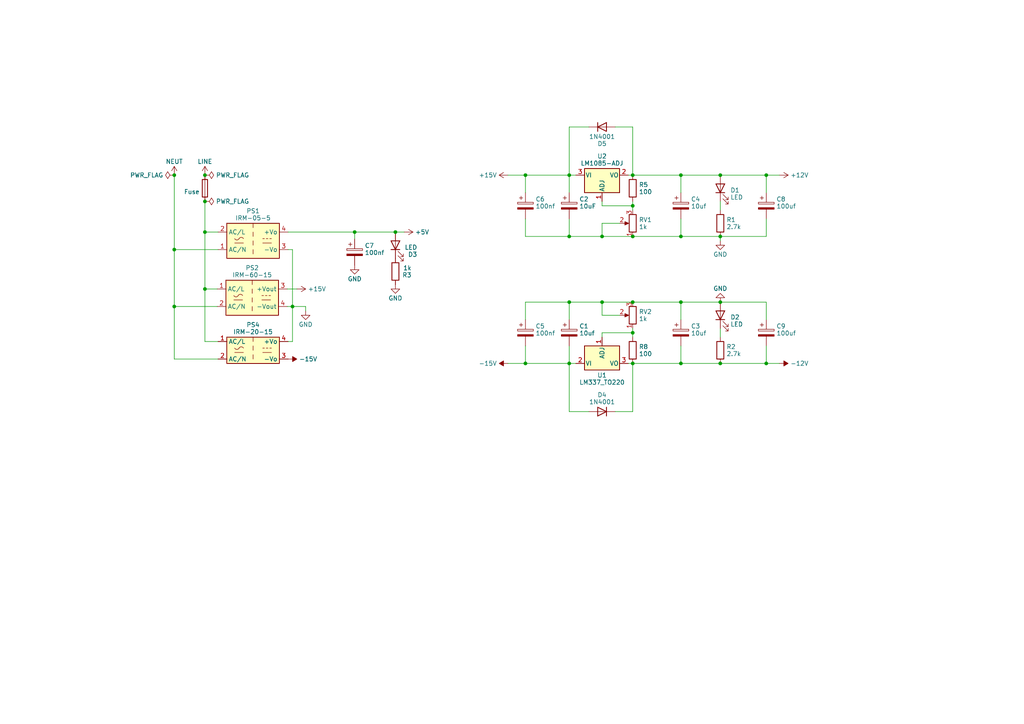
<source format=kicad_sch>
(kicad_sch (version 20230121) (generator eeschema)

  (uuid d421b0e6-ac1e-4861-9be5-7f910c4a4df5)

  (paper "A4")

  (lib_symbols
    (symbol "Converter_ACDC:IRM-05-5" (in_bom yes) (on_board yes)
      (property "Reference" "PS" (at 0 6.35 0)
        (effects (font (size 1.27 1.27)))
      )
      (property "Value" "IRM-05-5" (at 0 -6.35 0)
        (effects (font (size 1.27 1.27)))
      )
      (property "Footprint" "Converter_ACDC:Converter_ACDC_MeanWell_IRM-05-xx_THT" (at 0 -8.89 0)
        (effects (font (size 1.27 1.27)) hide)
      )
      (property "Datasheet" "https://www.meanwell.com/Upload/PDF/IRM-05/IRM-05-SPEC.PDF" (at 0 -10.16 0)
        (effects (font (size 1.27 1.27)) hide)
      )
      (property "ki_keywords" "Miniature Module-type Power Supply MeanWell" (at 0 0 0)
        (effects (font (size 1.27 1.27)) hide)
      )
      (property "ki_description" "5V, 1A, 5W, Isolated, AC-DC, 222A(IRM05)" (at 0 0 0)
        (effects (font (size 1.27 1.27)) hide)
      )
      (property "ki_fp_filters" "Converter*ACDC*MeanWell*IRM*05*THT*" (at 0 0 0)
        (effects (font (size 1.27 1.27)) hide)
      )
      (symbol "IRM-05-5_0_1"
        (rectangle (start -7.62 5.08) (end 7.62 -5.08)
          (stroke (width 0.254) (type default))
          (fill (type background))
        )
        (arc (start -5.334 0.635) (mid -4.699 0.2495) (end -4.064 0.635)
          (stroke (width 0) (type default))
          (fill (type none))
        )
        (arc (start -2.794 0.635) (mid -3.429 1.0072) (end -4.064 0.635)
          (stroke (width 0) (type default))
          (fill (type none))
        )
        (polyline
          (pts
            (xy -5.334 -0.635)
            (xy -2.794 -0.635)
          )
          (stroke (width 0) (type default))
          (fill (type none))
        )
        (polyline
          (pts
            (xy 0 -2.54)
            (xy 0 -3.81)
          )
          (stroke (width 0) (type default))
          (fill (type none))
        )
        (polyline
          (pts
            (xy 0 0)
            (xy 0 -1.27)
          )
          (stroke (width 0) (type default))
          (fill (type none))
        )
        (polyline
          (pts
            (xy 0 2.54)
            (xy 0 1.27)
          )
          (stroke (width 0) (type default))
          (fill (type none))
        )
        (polyline
          (pts
            (xy 0 5.08)
            (xy 0 3.81)
          )
          (stroke (width 0) (type default))
          (fill (type none))
        )
        (polyline
          (pts
            (xy 2.794 -0.635)
            (xy 5.334 -0.635)
          )
          (stroke (width 0) (type default))
          (fill (type none))
        )
        (polyline
          (pts
            (xy 2.794 0.635)
            (xy 3.302 0.635)
          )
          (stroke (width 0) (type default))
          (fill (type none))
        )
        (polyline
          (pts
            (xy 3.81 0.635)
            (xy 4.318 0.635)
          )
          (stroke (width 0) (type default))
          (fill (type none))
        )
        (polyline
          (pts
            (xy 4.826 0.635)
            (xy 5.334 0.635)
          )
          (stroke (width 0) (type default))
          (fill (type none))
        )
      )
      (symbol "IRM-05-5_1_1"
        (pin power_in line (at -10.16 -2.54 0) (length 2.54)
          (name "AC/N" (effects (font (size 1.27 1.27))))
          (number "1" (effects (font (size 1.27 1.27))))
        )
        (pin power_in line (at -10.16 2.54 0) (length 2.54)
          (name "AC/L" (effects (font (size 1.27 1.27))))
          (number "2" (effects (font (size 1.27 1.27))))
        )
        (pin power_out line (at 10.16 -2.54 180) (length 2.54)
          (name "-Vo" (effects (font (size 1.27 1.27))))
          (number "3" (effects (font (size 1.27 1.27))))
        )
        (pin power_out line (at 10.16 2.54 180) (length 2.54)
          (name "+Vo" (effects (font (size 1.27 1.27))))
          (number "4" (effects (font (size 1.27 1.27))))
        )
      )
    )
    (symbol "Converter_ACDC:IRM-20-15" (in_bom yes) (on_board yes)
      (property "Reference" "PS" (at 0 5.08 0)
        (effects (font (size 1.27 1.27)))
      )
      (property "Value" "IRM-20-15" (at 0 -5.08 0)
        (effects (font (size 1.27 1.27)))
      )
      (property "Footprint" "Converter_ACDC:Converter_ACDC_MeanWell_IRM-20-xx_THT" (at 0 -7.62 0)
        (effects (font (size 1.27 1.27)) hide)
      )
      (property "Datasheet" "http://www.meanwell.com/Upload/PDF/IRM-20/IRM-20-SPEC.PDF" (at 10.16 -8.89 0)
        (effects (font (size 1.27 1.27)) hide)
      )
      (property "ki_keywords" "Miniature Module-type Power Supply MeanWell" (at 0 0 0)
        (effects (font (size 1.27 1.27)) hide)
      )
      (property "ki_description" "15V, 1.4A, 21W, Isolated, AC-DC, 219A(IRM20)" (at 0 0 0)
        (effects (font (size 1.27 1.27)) hide)
      )
      (property "ki_fp_filters" "Converter*ACDC*MeanWell*IRM*20*THT*" (at 0 0 0)
        (effects (font (size 1.27 1.27)) hide)
      )
      (symbol "IRM-20-15_0_1"
        (rectangle (start -7.62 3.81) (end 7.62 -3.81)
          (stroke (width 0.254) (type default))
          (fill (type background))
        )
        (arc (start -5.334 0.635) (mid -4.699 0.2495) (end -4.064 0.635)
          (stroke (width 0) (type default))
          (fill (type none))
        )
        (arc (start -2.794 0.635) (mid -3.429 1.0072) (end -4.064 0.635)
          (stroke (width 0) (type default))
          (fill (type none))
        )
        (polyline
          (pts
            (xy -5.334 -0.635)
            (xy -2.794 -0.635)
          )
          (stroke (width 0) (type default))
          (fill (type none))
        )
        (polyline
          (pts
            (xy 0 -1.27)
            (xy 0 -2.54)
          )
          (stroke (width 0) (type default))
          (fill (type none))
        )
        (polyline
          (pts
            (xy 0 1.27)
            (xy 0 0)
          )
          (stroke (width 0) (type default))
          (fill (type none))
        )
        (polyline
          (pts
            (xy 0 3.81)
            (xy 0 2.54)
          )
          (stroke (width 0) (type default))
          (fill (type none))
        )
        (polyline
          (pts
            (xy 2.794 -0.635)
            (xy 5.334 -0.635)
          )
          (stroke (width 0) (type default))
          (fill (type none))
        )
        (polyline
          (pts
            (xy 2.794 0.635)
            (xy 3.302 0.635)
          )
          (stroke (width 0) (type default))
          (fill (type none))
        )
        (polyline
          (pts
            (xy 3.81 0.635)
            (xy 4.318 0.635)
          )
          (stroke (width 0) (type default))
          (fill (type none))
        )
        (polyline
          (pts
            (xy 4.826 0.635)
            (xy 5.334 0.635)
          )
          (stroke (width 0) (type default))
          (fill (type none))
        )
      )
      (symbol "IRM-20-15_1_1"
        (pin power_in line (at -10.16 2.54 0) (length 2.54)
          (name "AC/L" (effects (font (size 1.27 1.27))))
          (number "1" (effects (font (size 1.27 1.27))))
        )
        (pin power_in line (at -10.16 -2.54 0) (length 2.54)
          (name "AC/N" (effects (font (size 1.27 1.27))))
          (number "2" (effects (font (size 1.27 1.27))))
        )
        (pin power_out line (at 10.16 -2.54 180) (length 2.54)
          (name "-Vo" (effects (font (size 1.27 1.27))))
          (number "3" (effects (font (size 1.27 1.27))))
        )
        (pin power_out line (at 10.16 2.54 180) (length 2.54)
          (name "+Vo" (effects (font (size 1.27 1.27))))
          (number "4" (effects (font (size 1.27 1.27))))
        )
      )
    )
    (symbol "Converter_ACDC:IRM-60-15" (in_bom yes) (on_board yes)
      (property "Reference" "PS" (at 0 7.62 0)
        (effects (font (size 1.27 1.27)))
      )
      (property "Value" "IRM-60-15" (at 0 -7.62 0)
        (effects (font (size 1.27 1.27)))
      )
      (property "Footprint" "Converter_ACDC:Converter_ACDC_MeanWell_IRM-60-xx_THT" (at 0 -10.16 0)
        (effects (font (size 1.27 1.27)) hide)
      )
      (property "Datasheet" "http://www.meanwellusa.com/productPdf.aspx?i=687" (at 0 0 0)
        (effects (font (size 1.27 1.27)) hide)
      )
      (property "ki_keywords" "Miniature Module-type Power Supply MeanWell" (at 0 0 0)
        (effects (font (size 1.27 1.27)) hide)
      )
      (property "ki_description" "15V, 4A, 60W, Isolated, AC-DC, IRM60" (at 0 0 0)
        (effects (font (size 1.27 1.27)) hide)
      )
      (property "ki_fp_filters" "Converter*ACDC*MeanWell*IRM*60*THT*" (at 0 0 0)
        (effects (font (size 1.27 1.27)) hide)
      )
      (symbol "IRM-60-15_1_1"
        (rectangle (start -7.62 5.08) (end 7.62 -5.08)
          (stroke (width 0.254) (type default))
          (fill (type background))
        )
        (arc (start -5.334 0.635) (mid -4.699 0.2495) (end -4.064 0.635)
          (stroke (width 0) (type default))
          (fill (type none))
        )
        (arc (start -2.794 0.635) (mid -3.429 1.0072) (end -4.064 0.635)
          (stroke (width 0) (type default))
          (fill (type none))
        )
        (polyline
          (pts
            (xy -5.334 -0.635)
            (xy -2.794 -0.635)
          )
          (stroke (width 0) (type default))
          (fill (type none))
        )
        (polyline
          (pts
            (xy 0 -2.54)
            (xy 0 -3.81)
          )
          (stroke (width 0) (type default))
          (fill (type none))
        )
        (polyline
          (pts
            (xy 0 0)
            (xy 0 -1.27)
          )
          (stroke (width 0) (type default))
          (fill (type none))
        )
        (polyline
          (pts
            (xy 0 2.54)
            (xy 0 1.27)
          )
          (stroke (width 0) (type default))
          (fill (type none))
        )
        (polyline
          (pts
            (xy 0 5.08)
            (xy 0 3.81)
          )
          (stroke (width 0) (type default))
          (fill (type none))
        )
        (polyline
          (pts
            (xy 2.794 -0.635)
            (xy 5.334 -0.635)
          )
          (stroke (width 0) (type default))
          (fill (type none))
        )
        (polyline
          (pts
            (xy 2.794 0.635)
            (xy 3.302 0.635)
          )
          (stroke (width 0) (type default))
          (fill (type none))
        )
        (polyline
          (pts
            (xy 3.81 0.635)
            (xy 4.318 0.635)
          )
          (stroke (width 0) (type default))
          (fill (type none))
        )
        (polyline
          (pts
            (xy 4.826 0.635)
            (xy 5.334 0.635)
          )
          (stroke (width 0) (type default))
          (fill (type none))
        )
        (pin power_in line (at -10.16 2.54 0) (length 2.54)
          (name "AC/L" (effects (font (size 1.27 1.27))))
          (number "1" (effects (font (size 1.27 1.27))))
        )
        (pin power_in line (at -10.16 -2.54 0) (length 2.54)
          (name "AC/N" (effects (font (size 1.27 1.27))))
          (number "2" (effects (font (size 1.27 1.27))))
        )
        (pin power_out line (at 10.16 2.54 180) (length 2.54)
          (name "+Vout" (effects (font (size 1.27 1.27))))
          (number "3" (effects (font (size 1.27 1.27))))
        )
        (pin power_out line (at 10.16 -2.54 180) (length 2.54)
          (name "-Vout" (effects (font (size 1.27 1.27))))
          (number "4" (effects (font (size 1.27 1.27))))
        )
      )
    )
    (symbol "Device:C_Polarized" (pin_numbers hide) (pin_names (offset 0.254)) (in_bom yes) (on_board yes)
      (property "Reference" "C" (at 0.635 2.54 0)
        (effects (font (size 1.27 1.27)) (justify left))
      )
      (property "Value" "C_Polarized" (at 0.635 -2.54 0)
        (effects (font (size 1.27 1.27)) (justify left))
      )
      (property "Footprint" "" (at 0.9652 -3.81 0)
        (effects (font (size 1.27 1.27)) hide)
      )
      (property "Datasheet" "~" (at 0 0 0)
        (effects (font (size 1.27 1.27)) hide)
      )
      (property "ki_keywords" "cap capacitor" (at 0 0 0)
        (effects (font (size 1.27 1.27)) hide)
      )
      (property "ki_description" "Polarized capacitor" (at 0 0 0)
        (effects (font (size 1.27 1.27)) hide)
      )
      (property "ki_fp_filters" "CP_*" (at 0 0 0)
        (effects (font (size 1.27 1.27)) hide)
      )
      (symbol "C_Polarized_0_1"
        (rectangle (start -2.286 0.508) (end 2.286 1.016)
          (stroke (width 0) (type default))
          (fill (type none))
        )
        (polyline
          (pts
            (xy -1.778 2.286)
            (xy -0.762 2.286)
          )
          (stroke (width 0) (type default))
          (fill (type none))
        )
        (polyline
          (pts
            (xy -1.27 2.794)
            (xy -1.27 1.778)
          )
          (stroke (width 0) (type default))
          (fill (type none))
        )
        (rectangle (start 2.286 -0.508) (end -2.286 -1.016)
          (stroke (width 0) (type default))
          (fill (type outline))
        )
      )
      (symbol "C_Polarized_1_1"
        (pin passive line (at 0 3.81 270) (length 2.794)
          (name "~" (effects (font (size 1.27 1.27))))
          (number "1" (effects (font (size 1.27 1.27))))
        )
        (pin passive line (at 0 -3.81 90) (length 2.794)
          (name "~" (effects (font (size 1.27 1.27))))
          (number "2" (effects (font (size 1.27 1.27))))
        )
      )
    )
    (symbol "Device:Fuse" (pin_numbers hide) (pin_names (offset 0)) (in_bom yes) (on_board yes)
      (property "Reference" "F" (at 2.032 0 90)
        (effects (font (size 1.27 1.27)))
      )
      (property "Value" "Fuse" (at -1.905 0 90)
        (effects (font (size 1.27 1.27)))
      )
      (property "Footprint" "" (at -1.778 0 90)
        (effects (font (size 1.27 1.27)) hide)
      )
      (property "Datasheet" "~" (at 0 0 0)
        (effects (font (size 1.27 1.27)) hide)
      )
      (property "ki_keywords" "fuse" (at 0 0 0)
        (effects (font (size 1.27 1.27)) hide)
      )
      (property "ki_description" "Fuse" (at 0 0 0)
        (effects (font (size 1.27 1.27)) hide)
      )
      (property "ki_fp_filters" "*Fuse*" (at 0 0 0)
        (effects (font (size 1.27 1.27)) hide)
      )
      (symbol "Fuse_0_1"
        (rectangle (start -0.762 -2.54) (end 0.762 2.54)
          (stroke (width 0.254) (type default))
          (fill (type none))
        )
        (polyline
          (pts
            (xy 0 2.54)
            (xy 0 -2.54)
          )
          (stroke (width 0) (type default))
          (fill (type none))
        )
      )
      (symbol "Fuse_1_1"
        (pin passive line (at 0 3.81 270) (length 1.27)
          (name "~" (effects (font (size 1.27 1.27))))
          (number "1" (effects (font (size 1.27 1.27))))
        )
        (pin passive line (at 0 -3.81 90) (length 1.27)
          (name "~" (effects (font (size 1.27 1.27))))
          (number "2" (effects (font (size 1.27 1.27))))
        )
      )
    )
    (symbol "Device:LED" (pin_numbers hide) (pin_names (offset 1.016) hide) (in_bom yes) (on_board yes)
      (property "Reference" "D" (at 0 2.54 0)
        (effects (font (size 1.27 1.27)))
      )
      (property "Value" "LED" (at 0 -2.54 0)
        (effects (font (size 1.27 1.27)))
      )
      (property "Footprint" "" (at 0 0 0)
        (effects (font (size 1.27 1.27)) hide)
      )
      (property "Datasheet" "~" (at 0 0 0)
        (effects (font (size 1.27 1.27)) hide)
      )
      (property "ki_keywords" "LED diode" (at 0 0 0)
        (effects (font (size 1.27 1.27)) hide)
      )
      (property "ki_description" "Light emitting diode" (at 0 0 0)
        (effects (font (size 1.27 1.27)) hide)
      )
      (property "ki_fp_filters" "LED* LED_SMD:* LED_THT:*" (at 0 0 0)
        (effects (font (size 1.27 1.27)) hide)
      )
      (symbol "LED_0_1"
        (polyline
          (pts
            (xy -1.27 -1.27)
            (xy -1.27 1.27)
          )
          (stroke (width 0.254) (type default))
          (fill (type none))
        )
        (polyline
          (pts
            (xy -1.27 0)
            (xy 1.27 0)
          )
          (stroke (width 0) (type default))
          (fill (type none))
        )
        (polyline
          (pts
            (xy 1.27 -1.27)
            (xy 1.27 1.27)
            (xy -1.27 0)
            (xy 1.27 -1.27)
          )
          (stroke (width 0.254) (type default))
          (fill (type none))
        )
        (polyline
          (pts
            (xy -3.048 -0.762)
            (xy -4.572 -2.286)
            (xy -3.81 -2.286)
            (xy -4.572 -2.286)
            (xy -4.572 -1.524)
          )
          (stroke (width 0) (type default))
          (fill (type none))
        )
        (polyline
          (pts
            (xy -1.778 -0.762)
            (xy -3.302 -2.286)
            (xy -2.54 -2.286)
            (xy -3.302 -2.286)
            (xy -3.302 -1.524)
          )
          (stroke (width 0) (type default))
          (fill (type none))
        )
      )
      (symbol "LED_1_1"
        (pin passive line (at -3.81 0 0) (length 2.54)
          (name "K" (effects (font (size 1.27 1.27))))
          (number "1" (effects (font (size 1.27 1.27))))
        )
        (pin passive line (at 3.81 0 180) (length 2.54)
          (name "A" (effects (font (size 1.27 1.27))))
          (number "2" (effects (font (size 1.27 1.27))))
        )
      )
    )
    (symbol "Device:R" (pin_numbers hide) (pin_names (offset 0)) (in_bom yes) (on_board yes)
      (property "Reference" "R" (at 2.032 0 90)
        (effects (font (size 1.27 1.27)))
      )
      (property "Value" "R" (at 0 0 90)
        (effects (font (size 1.27 1.27)))
      )
      (property "Footprint" "" (at -1.778 0 90)
        (effects (font (size 1.27 1.27)) hide)
      )
      (property "Datasheet" "~" (at 0 0 0)
        (effects (font (size 1.27 1.27)) hide)
      )
      (property "ki_keywords" "R res resistor" (at 0 0 0)
        (effects (font (size 1.27 1.27)) hide)
      )
      (property "ki_description" "Resistor" (at 0 0 0)
        (effects (font (size 1.27 1.27)) hide)
      )
      (property "ki_fp_filters" "R_*" (at 0 0 0)
        (effects (font (size 1.27 1.27)) hide)
      )
      (symbol "R_0_1"
        (rectangle (start -1.016 -2.54) (end 1.016 2.54)
          (stroke (width 0.254) (type default))
          (fill (type none))
        )
      )
      (symbol "R_1_1"
        (pin passive line (at 0 3.81 270) (length 1.27)
          (name "~" (effects (font (size 1.27 1.27))))
          (number "1" (effects (font (size 1.27 1.27))))
        )
        (pin passive line (at 0 -3.81 90) (length 1.27)
          (name "~" (effects (font (size 1.27 1.27))))
          (number "2" (effects (font (size 1.27 1.27))))
        )
      )
    )
    (symbol "Device:R_Potentiometer" (pin_names (offset 1.016) hide) (in_bom yes) (on_board yes)
      (property "Reference" "RV" (at -4.445 0 90)
        (effects (font (size 1.27 1.27)))
      )
      (property "Value" "R_Potentiometer" (at -2.54 0 90)
        (effects (font (size 1.27 1.27)))
      )
      (property "Footprint" "" (at 0 0 0)
        (effects (font (size 1.27 1.27)) hide)
      )
      (property "Datasheet" "~" (at 0 0 0)
        (effects (font (size 1.27 1.27)) hide)
      )
      (property "ki_keywords" "resistor variable" (at 0 0 0)
        (effects (font (size 1.27 1.27)) hide)
      )
      (property "ki_description" "Potentiometer" (at 0 0 0)
        (effects (font (size 1.27 1.27)) hide)
      )
      (property "ki_fp_filters" "Potentiometer*" (at 0 0 0)
        (effects (font (size 1.27 1.27)) hide)
      )
      (symbol "R_Potentiometer_0_1"
        (polyline
          (pts
            (xy 2.54 0)
            (xy 1.524 0)
          )
          (stroke (width 0) (type default))
          (fill (type none))
        )
        (polyline
          (pts
            (xy 1.143 0)
            (xy 2.286 0.508)
            (xy 2.286 -0.508)
            (xy 1.143 0)
          )
          (stroke (width 0) (type default))
          (fill (type outline))
        )
        (rectangle (start 1.016 2.54) (end -1.016 -2.54)
          (stroke (width 0.254) (type default))
          (fill (type none))
        )
      )
      (symbol "R_Potentiometer_1_1"
        (pin passive line (at 0 3.81 270) (length 1.27)
          (name "1" (effects (font (size 1.27 1.27))))
          (number "1" (effects (font (size 1.27 1.27))))
        )
        (pin passive line (at 3.81 0 180) (length 1.27)
          (name "2" (effects (font (size 1.27 1.27))))
          (number "2" (effects (font (size 1.27 1.27))))
        )
        (pin passive line (at 0 -3.81 90) (length 1.27)
          (name "3" (effects (font (size 1.27 1.27))))
          (number "3" (effects (font (size 1.27 1.27))))
        )
      )
    )
    (symbol "Diode:1N4001" (pin_numbers hide) (pin_names hide) (in_bom yes) (on_board yes)
      (property "Reference" "D" (at 0 2.54 0)
        (effects (font (size 1.27 1.27)))
      )
      (property "Value" "1N4001" (at 0 -2.54 0)
        (effects (font (size 1.27 1.27)))
      )
      (property "Footprint" "Diode_THT:D_DO-41_SOD81_P10.16mm_Horizontal" (at 0 0 0)
        (effects (font (size 1.27 1.27)) hide)
      )
      (property "Datasheet" "http://www.vishay.com/docs/88503/1n4001.pdf" (at 0 0 0)
        (effects (font (size 1.27 1.27)) hide)
      )
      (property "Sim.Device" "D" (at 0 0 0)
        (effects (font (size 1.27 1.27)) hide)
      )
      (property "Sim.Pins" "1=K 2=A" (at 0 0 0)
        (effects (font (size 1.27 1.27)) hide)
      )
      (property "ki_keywords" "diode" (at 0 0 0)
        (effects (font (size 1.27 1.27)) hide)
      )
      (property "ki_description" "50V 1A General Purpose Rectifier Diode, DO-41" (at 0 0 0)
        (effects (font (size 1.27 1.27)) hide)
      )
      (property "ki_fp_filters" "D*DO?41*" (at 0 0 0)
        (effects (font (size 1.27 1.27)) hide)
      )
      (symbol "1N4001_0_1"
        (polyline
          (pts
            (xy -1.27 1.27)
            (xy -1.27 -1.27)
          )
          (stroke (width 0.254) (type default))
          (fill (type none))
        )
        (polyline
          (pts
            (xy 1.27 0)
            (xy -1.27 0)
          )
          (stroke (width 0) (type default))
          (fill (type none))
        )
        (polyline
          (pts
            (xy 1.27 1.27)
            (xy 1.27 -1.27)
            (xy -1.27 0)
            (xy 1.27 1.27)
          )
          (stroke (width 0.254) (type default))
          (fill (type none))
        )
      )
      (symbol "1N4001_1_1"
        (pin passive line (at -3.81 0 0) (length 2.54)
          (name "K" (effects (font (size 1.27 1.27))))
          (number "1" (effects (font (size 1.27 1.27))))
        )
        (pin passive line (at 3.81 0 180) (length 2.54)
          (name "A" (effects (font (size 1.27 1.27))))
          (number "2" (effects (font (size 1.27 1.27))))
        )
      )
    )
    (symbol "Regulator_Linear:LM1085-ADJ" (pin_names (offset 0.254)) (in_bom yes) (on_board yes)
      (property "Reference" "U" (at -3.81 3.175 0)
        (effects (font (size 1.27 1.27)))
      )
      (property "Value" "LM1085-ADJ" (at 0 3.175 0)
        (effects (font (size 1.27 1.27)) (justify left))
      )
      (property "Footprint" "" (at 0 6.35 0)
        (effects (font (size 1.27 1.27) italic) hide)
      )
      (property "Datasheet" "http://www.ti.com/lit/ds/symlink/lm1085.pdf" (at 0 0 0)
        (effects (font (size 1.27 1.27)) hide)
      )
      (property "ki_keywords" "Adjustable Voltage Regulator 5A Positive" (at 0 0 0)
        (effects (font (size 1.27 1.27)) hide)
      )
      (property "ki_description" "3A 29V Adjustable Linear Regulator, TO-220 / TO-263 (D2-PAK)" (at 0 0 0)
        (effects (font (size 1.27 1.27)) hide)
      )
      (property "ki_fp_filters" "TO?220* TO?263*" (at 0 0 0)
        (effects (font (size 1.27 1.27)) hide)
      )
      (symbol "LM1085-ADJ_0_1"
        (rectangle (start -5.08 1.905) (end 5.08 -5.08)
          (stroke (width 0.254) (type default))
          (fill (type background))
        )
      )
      (symbol "LM1085-ADJ_1_1"
        (pin input line (at 0 -7.62 90) (length 2.54)
          (name "ADJ" (effects (font (size 1.27 1.27))))
          (number "1" (effects (font (size 1.27 1.27))))
        )
        (pin power_out line (at 7.62 0 180) (length 2.54)
          (name "VO" (effects (font (size 1.27 1.27))))
          (number "2" (effects (font (size 1.27 1.27))))
        )
        (pin power_in line (at -7.62 0 0) (length 2.54)
          (name "VI" (effects (font (size 1.27 1.27))))
          (number "3" (effects (font (size 1.27 1.27))))
        )
      )
    )
    (symbol "Regulator_Linear:LM337_TO220" (pin_names (offset 0.254)) (in_bom yes) (on_board yes)
      (property "Reference" "U" (at -3.81 -3.175 0)
        (effects (font (size 1.27 1.27)))
      )
      (property "Value" "LM337_TO220" (at 0 -3.175 0)
        (effects (font (size 1.27 1.27)) (justify left))
      )
      (property "Footprint" "Package_TO_SOT_THT:TO-220-3_Vertical" (at 0 -5.08 0)
        (effects (font (size 1.27 1.27) italic) hide)
      )
      (property "Datasheet" "http://www.ti.com/lit/ds/symlink/lm337-n.pdf" (at 0 0 0)
        (effects (font (size 1.27 1.27)) hide)
      )
      (property "ki_keywords" "Adjustable Voltage Regulator 1.5A Negative" (at 0 0 0)
        (effects (font (size 1.27 1.27)) hide)
      )
      (property "ki_description" "Negative 1.5A 35V Adjustable Linear Regulator, TO-220" (at 0 0 0)
        (effects (font (size 1.27 1.27)) hide)
      )
      (property "ki_fp_filters" "TO?220*" (at 0 0 0)
        (effects (font (size 1.27 1.27)) hide)
      )
      (symbol "LM337_TO220_0_1"
        (rectangle (start -5.08 5.08) (end 5.08 -1.905)
          (stroke (width 0.254) (type default))
          (fill (type background))
        )
      )
      (symbol "LM337_TO220_1_1"
        (pin input line (at 0 7.62 270) (length 2.54)
          (name "ADJ" (effects (font (size 1.27 1.27))))
          (number "1" (effects (font (size 1.27 1.27))))
        )
        (pin power_in line (at -7.62 0 0) (length 2.54)
          (name "VI" (effects (font (size 1.27 1.27))))
          (number "2" (effects (font (size 1.27 1.27))))
        )
        (pin power_out line (at 7.62 0 180) (length 2.54)
          (name "VO" (effects (font (size 1.27 1.27))))
          (number "3" (effects (font (size 1.27 1.27))))
        )
      )
    )
    (symbol "power:+12V" (power) (pin_names (offset 0)) (in_bom yes) (on_board yes)
      (property "Reference" "#PWR" (at 0 -3.81 0)
        (effects (font (size 1.27 1.27)) hide)
      )
      (property "Value" "+12V" (at 0 3.556 0)
        (effects (font (size 1.27 1.27)))
      )
      (property "Footprint" "" (at 0 0 0)
        (effects (font (size 1.27 1.27)) hide)
      )
      (property "Datasheet" "" (at 0 0 0)
        (effects (font (size 1.27 1.27)) hide)
      )
      (property "ki_keywords" "global power" (at 0 0 0)
        (effects (font (size 1.27 1.27)) hide)
      )
      (property "ki_description" "Power symbol creates a global label with name \"+12V\"" (at 0 0 0)
        (effects (font (size 1.27 1.27)) hide)
      )
      (symbol "+12V_0_1"
        (polyline
          (pts
            (xy -0.762 1.27)
            (xy 0 2.54)
          )
          (stroke (width 0) (type default))
          (fill (type none))
        )
        (polyline
          (pts
            (xy 0 0)
            (xy 0 2.54)
          )
          (stroke (width 0) (type default))
          (fill (type none))
        )
        (polyline
          (pts
            (xy 0 2.54)
            (xy 0.762 1.27)
          )
          (stroke (width 0) (type default))
          (fill (type none))
        )
      )
      (symbol "+12V_1_1"
        (pin power_in line (at 0 0 90) (length 0) hide
          (name "+12V" (effects (font (size 1.27 1.27))))
          (number "1" (effects (font (size 1.27 1.27))))
        )
      )
    )
    (symbol "power:+15V" (power) (pin_names (offset 0)) (in_bom yes) (on_board yes)
      (property "Reference" "#PWR" (at 0 -3.81 0)
        (effects (font (size 1.27 1.27)) hide)
      )
      (property "Value" "+15V" (at 0 3.556 0)
        (effects (font (size 1.27 1.27)))
      )
      (property "Footprint" "" (at 0 0 0)
        (effects (font (size 1.27 1.27)) hide)
      )
      (property "Datasheet" "" (at 0 0 0)
        (effects (font (size 1.27 1.27)) hide)
      )
      (property "ki_keywords" "global power" (at 0 0 0)
        (effects (font (size 1.27 1.27)) hide)
      )
      (property "ki_description" "Power symbol creates a global label with name \"+15V\"" (at 0 0 0)
        (effects (font (size 1.27 1.27)) hide)
      )
      (symbol "+15V_0_1"
        (polyline
          (pts
            (xy -0.762 1.27)
            (xy 0 2.54)
          )
          (stroke (width 0) (type default))
          (fill (type none))
        )
        (polyline
          (pts
            (xy 0 0)
            (xy 0 2.54)
          )
          (stroke (width 0) (type default))
          (fill (type none))
        )
        (polyline
          (pts
            (xy 0 2.54)
            (xy 0.762 1.27)
          )
          (stroke (width 0) (type default))
          (fill (type none))
        )
      )
      (symbol "+15V_1_1"
        (pin power_in line (at 0 0 90) (length 0) hide
          (name "+15V" (effects (font (size 1.27 1.27))))
          (number "1" (effects (font (size 1.27 1.27))))
        )
      )
    )
    (symbol "power:+5V" (power) (pin_names (offset 0)) (in_bom yes) (on_board yes)
      (property "Reference" "#PWR" (at 0 -3.81 0)
        (effects (font (size 1.27 1.27)) hide)
      )
      (property "Value" "+5V" (at 0 3.556 0)
        (effects (font (size 1.27 1.27)))
      )
      (property "Footprint" "" (at 0 0 0)
        (effects (font (size 1.27 1.27)) hide)
      )
      (property "Datasheet" "" (at 0 0 0)
        (effects (font (size 1.27 1.27)) hide)
      )
      (property "ki_keywords" "global power" (at 0 0 0)
        (effects (font (size 1.27 1.27)) hide)
      )
      (property "ki_description" "Power symbol creates a global label with name \"+5V\"" (at 0 0 0)
        (effects (font (size 1.27 1.27)) hide)
      )
      (symbol "+5V_0_1"
        (polyline
          (pts
            (xy -0.762 1.27)
            (xy 0 2.54)
          )
          (stroke (width 0) (type default))
          (fill (type none))
        )
        (polyline
          (pts
            (xy 0 0)
            (xy 0 2.54)
          )
          (stroke (width 0) (type default))
          (fill (type none))
        )
        (polyline
          (pts
            (xy 0 2.54)
            (xy 0.762 1.27)
          )
          (stroke (width 0) (type default))
          (fill (type none))
        )
      )
      (symbol "+5V_1_1"
        (pin power_in line (at 0 0 90) (length 0) hide
          (name "+5V" (effects (font (size 1.27 1.27))))
          (number "1" (effects (font (size 1.27 1.27))))
        )
      )
    )
    (symbol "power:-12V" (power) (pin_names (offset 0)) (in_bom yes) (on_board yes)
      (property "Reference" "#PWR" (at 0 2.54 0)
        (effects (font (size 1.27 1.27)) hide)
      )
      (property "Value" "-12V" (at 0 3.81 0)
        (effects (font (size 1.27 1.27)))
      )
      (property "Footprint" "" (at 0 0 0)
        (effects (font (size 1.27 1.27)) hide)
      )
      (property "Datasheet" "" (at 0 0 0)
        (effects (font (size 1.27 1.27)) hide)
      )
      (property "ki_keywords" "global power" (at 0 0 0)
        (effects (font (size 1.27 1.27)) hide)
      )
      (property "ki_description" "Power symbol creates a global label with name \"-12V\"" (at 0 0 0)
        (effects (font (size 1.27 1.27)) hide)
      )
      (symbol "-12V_0_0"
        (pin power_in line (at 0 0 90) (length 0) hide
          (name "-12V" (effects (font (size 1.27 1.27))))
          (number "1" (effects (font (size 1.27 1.27))))
        )
      )
      (symbol "-12V_0_1"
        (polyline
          (pts
            (xy 0 0)
            (xy 0 1.27)
            (xy 0.762 1.27)
            (xy 0 2.54)
            (xy -0.762 1.27)
            (xy 0 1.27)
          )
          (stroke (width 0) (type default))
          (fill (type outline))
        )
      )
    )
    (symbol "power:-15V" (power) (pin_names (offset 0)) (in_bom yes) (on_board yes)
      (property "Reference" "#PWR" (at 0 2.54 0)
        (effects (font (size 1.27 1.27)) hide)
      )
      (property "Value" "-15V" (at 0 3.81 0)
        (effects (font (size 1.27 1.27)))
      )
      (property "Footprint" "" (at 0 0 0)
        (effects (font (size 1.27 1.27)) hide)
      )
      (property "Datasheet" "" (at 0 0 0)
        (effects (font (size 1.27 1.27)) hide)
      )
      (property "ki_keywords" "global power" (at 0 0 0)
        (effects (font (size 1.27 1.27)) hide)
      )
      (property "ki_description" "Power symbol creates a global label with name \"-15V\"" (at 0 0 0)
        (effects (font (size 1.27 1.27)) hide)
      )
      (symbol "-15V_0_0"
        (pin power_in line (at 0 0 90) (length 0) hide
          (name "-15V" (effects (font (size 1.27 1.27))))
          (number "1" (effects (font (size 1.27 1.27))))
        )
      )
      (symbol "-15V_0_1"
        (polyline
          (pts
            (xy 0 0)
            (xy 0 1.27)
            (xy 0.762 1.27)
            (xy 0 2.54)
            (xy -0.762 1.27)
            (xy 0 1.27)
          )
          (stroke (width 0) (type default))
          (fill (type outline))
        )
      )
    )
    (symbol "power:GND" (power) (pin_names (offset 0)) (in_bom yes) (on_board yes)
      (property "Reference" "#PWR" (at 0 -6.35 0)
        (effects (font (size 1.27 1.27)) hide)
      )
      (property "Value" "GND" (at 0 -3.81 0)
        (effects (font (size 1.27 1.27)))
      )
      (property "Footprint" "" (at 0 0 0)
        (effects (font (size 1.27 1.27)) hide)
      )
      (property "Datasheet" "" (at 0 0 0)
        (effects (font (size 1.27 1.27)) hide)
      )
      (property "ki_keywords" "global power" (at 0 0 0)
        (effects (font (size 1.27 1.27)) hide)
      )
      (property "ki_description" "Power symbol creates a global label with name \"GND\" , ground" (at 0 0 0)
        (effects (font (size 1.27 1.27)) hide)
      )
      (symbol "GND_0_1"
        (polyline
          (pts
            (xy 0 0)
            (xy 0 -1.27)
            (xy 1.27 -1.27)
            (xy 0 -2.54)
            (xy -1.27 -1.27)
            (xy 0 -1.27)
          )
          (stroke (width 0) (type default))
          (fill (type none))
        )
      )
      (symbol "GND_1_1"
        (pin power_in line (at 0 0 270) (length 0) hide
          (name "GND" (effects (font (size 1.27 1.27))))
          (number "1" (effects (font (size 1.27 1.27))))
        )
      )
    )
    (symbol "power:LINE" (power) (pin_names (offset 0)) (in_bom yes) (on_board yes)
      (property "Reference" "#PWR" (at 0 -3.81 0)
        (effects (font (size 1.27 1.27)) hide)
      )
      (property "Value" "LINE" (at 0 3.81 0)
        (effects (font (size 1.27 1.27)))
      )
      (property "Footprint" "" (at 0 0 0)
        (effects (font (size 1.27 1.27)) hide)
      )
      (property "Datasheet" "" (at 0 0 0)
        (effects (font (size 1.27 1.27)) hide)
      )
      (property "ki_keywords" "global power" (at 0 0 0)
        (effects (font (size 1.27 1.27)) hide)
      )
      (property "ki_description" "Power symbol creates a global label with name \"LINE\"" (at 0 0 0)
        (effects (font (size 1.27 1.27)) hide)
      )
      (symbol "LINE_0_1"
        (polyline
          (pts
            (xy -0.762 1.27)
            (xy 0 2.54)
          )
          (stroke (width 0) (type default))
          (fill (type none))
        )
        (polyline
          (pts
            (xy 0 0)
            (xy 0 2.54)
          )
          (stroke (width 0) (type default))
          (fill (type none))
        )
        (polyline
          (pts
            (xy 0 2.54)
            (xy 0.762 1.27)
          )
          (stroke (width 0) (type default))
          (fill (type none))
        )
      )
      (symbol "LINE_1_1"
        (pin power_in line (at 0 0 90) (length 0) hide
          (name "LINE" (effects (font (size 1.27 1.27))))
          (number "1" (effects (font (size 1.27 1.27))))
        )
      )
    )
    (symbol "power:NEUT" (power) (pin_names (offset 0)) (in_bom yes) (on_board yes)
      (property "Reference" "#PWR" (at 0 -3.81 0)
        (effects (font (size 1.27 1.27)) hide)
      )
      (property "Value" "NEUT" (at 0 3.81 0)
        (effects (font (size 1.27 1.27)))
      )
      (property "Footprint" "" (at 0 0 0)
        (effects (font (size 1.27 1.27)) hide)
      )
      (property "Datasheet" "" (at 0 0 0)
        (effects (font (size 1.27 1.27)) hide)
      )
      (property "ki_keywords" "global power" (at 0 0 0)
        (effects (font (size 1.27 1.27)) hide)
      )
      (property "ki_description" "Power symbol creates a global label with name \"NEUT\"" (at 0 0 0)
        (effects (font (size 1.27 1.27)) hide)
      )
      (symbol "NEUT_0_1"
        (polyline
          (pts
            (xy -0.762 1.27)
            (xy 0 2.54)
          )
          (stroke (width 0) (type default))
          (fill (type none))
        )
        (polyline
          (pts
            (xy 0 0)
            (xy 0 2.54)
          )
          (stroke (width 0) (type default))
          (fill (type none))
        )
        (polyline
          (pts
            (xy 0 2.54)
            (xy 0.762 1.27)
          )
          (stroke (width 0) (type default))
          (fill (type none))
        )
      )
      (symbol "NEUT_1_1"
        (pin power_in line (at 0 0 90) (length 0) hide
          (name "NEUT" (effects (font (size 1.27 1.27))))
          (number "1" (effects (font (size 1.27 1.27))))
        )
      )
    )
    (symbol "power:PWR_FLAG" (power) (pin_numbers hide) (pin_names (offset 0) hide) (in_bom yes) (on_board yes)
      (property "Reference" "#FLG" (at 0 1.905 0)
        (effects (font (size 1.27 1.27)) hide)
      )
      (property "Value" "PWR_FLAG" (at 0 3.81 0)
        (effects (font (size 1.27 1.27)))
      )
      (property "Footprint" "" (at 0 0 0)
        (effects (font (size 1.27 1.27)) hide)
      )
      (property "Datasheet" "~" (at 0 0 0)
        (effects (font (size 1.27 1.27)) hide)
      )
      (property "ki_keywords" "flag power" (at 0 0 0)
        (effects (font (size 1.27 1.27)) hide)
      )
      (property "ki_description" "Special symbol for telling ERC where power comes from" (at 0 0 0)
        (effects (font (size 1.27 1.27)) hide)
      )
      (symbol "PWR_FLAG_0_0"
        (pin power_out line (at 0 0 90) (length 0)
          (name "pwr" (effects (font (size 1.27 1.27))))
          (number "1" (effects (font (size 1.27 1.27))))
        )
      )
      (symbol "PWR_FLAG_0_1"
        (polyline
          (pts
            (xy 0 0)
            (xy 0 1.27)
            (xy -1.016 1.905)
            (xy 0 2.54)
            (xy 1.016 1.905)
            (xy 0 1.27)
          )
          (stroke (width 0) (type default))
          (fill (type none))
        )
      )
    )
  )

  (junction (at 197.485 68.58) (diameter 0) (color 0 0 0 0)
    (uuid 00f1502c-4871-4dfa-98ba-f5def909331b)
  )
  (junction (at 174.625 87.63) (diameter 0) (color 0 0 0 0)
    (uuid 01bb6da5-ca62-41cb-818f-c01f5658bfca)
  )
  (junction (at 59.436 58.42) (diameter 0) (color 0 0 0 0)
    (uuid 08a2d892-9ee3-4e1c-be50-8e0e2deb0b4d)
  )
  (junction (at 174.625 68.58) (diameter 0) (color 0 0 0 0)
    (uuid 0d38ae43-c7c2-40ef-9458-60aa360ade78)
  )
  (junction (at 183.515 59.69) (diameter 0) (color 0 0 0 0)
    (uuid 1f9c95e4-0fae-43b3-b472-d4b1fd59e952)
  )
  (junction (at 222.25 50.8) (diameter 0) (color 0 0 0 0)
    (uuid 21b1a179-a7ab-42c4-9dbc-f6edc38a0497)
  )
  (junction (at 183.515 96.52) (diameter 0) (color 0 0 0 0)
    (uuid 24bfac62-b46b-445a-8d5b-570a3ae90c61)
  )
  (junction (at 183.515 68.58) (diameter 0) (color 0 0 0 0)
    (uuid 25c6fbcb-a38f-4ae6-9aaa-8331e46200b8)
  )
  (junction (at 165.1 105.41) (diameter 0) (color 0 0 0 0)
    (uuid 34b3374e-5dac-4d1b-813c-6d0f697fe4d4)
  )
  (junction (at 197.485 50.8) (diameter 0) (color 0 0 0 0)
    (uuid 37a6ed29-9e1b-4417-9171-6fcc847d7355)
  )
  (junction (at 102.87 67.31) (diameter 0) (color 0 0 0 0)
    (uuid 4c03ebd9-79ad-497f-9412-d1f9b6e2216f)
  )
  (junction (at 59.436 50.8) (diameter 0) (color 0 0 0 0)
    (uuid 4ca814fd-b21d-4610-964f-dd2563c98787)
  )
  (junction (at 208.915 87.63) (diameter 0) (color 0 0 0 0)
    (uuid 5282a831-0b0e-4099-a9e9-bca52e423592)
  )
  (junction (at 208.915 105.41) (diameter 0) (color 0 0 0 0)
    (uuid 577a4d89-e29e-4793-babd-d064e8599253)
  )
  (junction (at 59.436 67.31) (diameter 0) (color 0 0 0 0)
    (uuid 6b8c9789-262d-4240-9afa-68d390875214)
  )
  (junction (at 59.436 83.82) (diameter 0) (color 0 0 0 0)
    (uuid 6eea6e9d-8fc9-4cf3-8a77-c19e8d2060bc)
  )
  (junction (at 152.4 105.41) (diameter 0) (color 0 0 0 0)
    (uuid 7384e3d3-7848-4ab9-8b52-62481f68fec6)
  )
  (junction (at 50.546 50.8) (diameter 0) (color 0 0 0 0)
    (uuid 8084917e-1a3b-45a1-990e-13cc24dafe5b)
  )
  (junction (at 50.546 72.39) (diameter 0) (color 0 0 0 0)
    (uuid 893e837b-77fc-4068-a154-344ff4b707f0)
  )
  (junction (at 208.915 68.58) (diameter 0) (color 0 0 0 0)
    (uuid 94da976c-10f7-4f36-9c03-b0a5ce023b2b)
  )
  (junction (at 222.25 105.41) (diameter 0) (color 0 0 0 0)
    (uuid 95f8eb9a-b941-49cc-a9c8-477612f2fa66)
  )
  (junction (at 208.915 50.8) (diameter 0) (color 0 0 0 0)
    (uuid a3c4839c-4c81-4182-95a9-3ee7d80b3cc7)
  )
  (junction (at 165.1 87.63) (diameter 0) (color 0 0 0 0)
    (uuid ad75dcb9-2b7e-4c53-9d53-9ff164008d16)
  )
  (junction (at 183.515 50.8) (diameter 0) (color 0 0 0 0)
    (uuid ae0d7203-1c6a-44c1-9c72-2903191a88f9)
  )
  (junction (at 183.515 105.41) (diameter 0) (color 0 0 0 0)
    (uuid ae9ec0b8-a00b-4ca7-8a58-ce6ad10d4795)
  )
  (junction (at 165.1 50.8) (diameter 0) (color 0 0 0 0)
    (uuid b3e9094a-222f-459d-a013-fde43858c069)
  )
  (junction (at 50.546 88.9) (diameter 0) (color 0 0 0 0)
    (uuid d028107a-7afd-4c3f-bd8b-ec00c5803481)
  )
  (junction (at 165.1 68.58) (diameter 0) (color 0 0 0 0)
    (uuid d6ba8fbc-e5e7-4ea1-a923-5d3bda76bb95)
  )
  (junction (at 152.4 50.8) (diameter 0) (color 0 0 0 0)
    (uuid d8df5e8a-ebb4-45db-9797-e33ea050e4b6)
  )
  (junction (at 84.836 88.9) (diameter 0) (color 0 0 0 0)
    (uuid e1b7bdb0-1cd8-4744-b246-2db88725427c)
  )
  (junction (at 183.515 87.63) (diameter 0) (color 0 0 0 0)
    (uuid e1e69986-5b20-4406-82dc-8f8606edb6a7)
  )
  (junction (at 197.485 87.63) (diameter 0) (color 0 0 0 0)
    (uuid e7f0a97a-3b7a-41e1-990c-406ccc3cb78a)
  )
  (junction (at 114.681 67.31) (diameter 0) (color 0 0 0 0)
    (uuid ec903c9b-46f5-412b-9b4f-2f5df16af0f9)
  )
  (junction (at 197.485 105.41) (diameter 0) (color 0 0 0 0)
    (uuid fcd9a49e-f5cf-4c1f-86d5-79605d622aec)
  )

  (wire (pts (xy 170.815 119.38) (xy 165.1 119.38))
    (stroke (width 0) (type default))
    (uuid 07b018e5-9fe8-4613-99b7-2ca4a75dae7e)
  )
  (wire (pts (xy 178.435 119.38) (xy 183.515 119.38))
    (stroke (width 0) (type default))
    (uuid 0be945c1-dd62-42d8-a13b-de9a49337edd)
  )
  (wire (pts (xy 174.625 58.42) (xy 174.625 59.69))
    (stroke (width 0) (type default))
    (uuid 0cf5ed73-3301-4b6e-af84-749e99f0aa1b)
  )
  (wire (pts (xy 50.546 88.9) (xy 62.992 88.9))
    (stroke (width 0) (type default))
    (uuid 10437653-fa63-41b7-90b8-49029736d7f7)
  )
  (wire (pts (xy 152.4 55.88) (xy 152.4 50.8))
    (stroke (width 0) (type default))
    (uuid 11774462-6fc9-4255-a1d2-b5aa3373364c)
  )
  (wire (pts (xy 183.515 119.38) (xy 183.515 105.41))
    (stroke (width 0) (type default))
    (uuid 12b7b56b-59b1-4fa8-b598-29efc0218d22)
  )
  (wire (pts (xy 208.915 95.25) (xy 208.915 97.79))
    (stroke (width 0) (type default))
    (uuid 14c5e4a1-89f7-42e4-895a-e1813a6f304c)
  )
  (wire (pts (xy 59.436 67.31) (xy 59.436 83.82))
    (stroke (width 0) (type default))
    (uuid 1aa4d02e-13ff-457c-8118-933d779e54ba)
  )
  (wire (pts (xy 208.915 105.41) (xy 222.25 105.41))
    (stroke (width 0) (type default))
    (uuid 1b336133-649a-4fdb-a8e6-b6163b1207a0)
  )
  (wire (pts (xy 88.646 88.9) (xy 88.646 90.17))
    (stroke (width 0) (type default))
    (uuid 22748805-99e4-48e4-837a-685a603db9cb)
  )
  (wire (pts (xy 183.515 50.8) (xy 197.485 50.8))
    (stroke (width 0) (type default))
    (uuid 2363b5e4-8c56-442b-b148-c5a44dfa4365)
  )
  (wire (pts (xy 183.515 59.69) (xy 183.515 60.96))
    (stroke (width 0) (type default))
    (uuid 27f38dae-7091-4cca-98a6-be2607da0f33)
  )
  (wire (pts (xy 165.1 92.71) (xy 165.1 87.63))
    (stroke (width 0) (type default))
    (uuid 27ff9be5-fb65-4afc-8d14-9c9a007b0839)
  )
  (wire (pts (xy 50.546 50.8) (xy 50.546 72.39))
    (stroke (width 0) (type default))
    (uuid 288da8ac-df5d-47ed-8482-cd7dbf1e3048)
  )
  (wire (pts (xy 152.4 63.5) (xy 152.4 68.58))
    (stroke (width 0) (type default))
    (uuid 2bfc0dfd-8bc7-47c2-84b6-06af38c17869)
  )
  (wire (pts (xy 165.1 55.88) (xy 165.1 50.8))
    (stroke (width 0) (type default))
    (uuid 313621d3-be59-4b04-a4c0-20a6c90723d6)
  )
  (wire (pts (xy 83.312 88.9) (xy 84.836 88.9))
    (stroke (width 0) (type default))
    (uuid 33e16629-90d7-4ef3-af2a-d7b456970c1c)
  )
  (wire (pts (xy 183.515 96.52) (xy 174.625 96.52))
    (stroke (width 0) (type default))
    (uuid 3ed92369-637c-409d-ad8e-792b9754047d)
  )
  (wire (pts (xy 197.485 87.63) (xy 197.485 92.71))
    (stroke (width 0) (type default))
    (uuid 435ce993-0fd8-450e-b413-ec641f26dedf)
  )
  (wire (pts (xy 147.32 50.8) (xy 152.4 50.8))
    (stroke (width 0) (type default))
    (uuid 4920e674-813c-46d4-8ed5-6c820364bde7)
  )
  (wire (pts (xy 165.1 63.5) (xy 165.1 68.58))
    (stroke (width 0) (type default))
    (uuid 497529c7-b64f-44e9-b93f-fc88da8a7c73)
  )
  (wire (pts (xy 222.25 63.5) (xy 222.25 68.58))
    (stroke (width 0) (type default))
    (uuid 4bd3b90a-b22e-45dd-8978-7d93f4b8626a)
  )
  (wire (pts (xy 59.436 83.82) (xy 59.436 99.06))
    (stroke (width 0) (type default))
    (uuid 50dade57-3956-4a20-bfc8-78e32170c623)
  )
  (wire (pts (xy 222.25 50.8) (xy 226.06 50.8))
    (stroke (width 0) (type default))
    (uuid 514f4b0d-e5e1-4a51-aceb-a9515217cf4a)
  )
  (wire (pts (xy 147.32 105.41) (xy 152.4 105.41))
    (stroke (width 0) (type default))
    (uuid 5257f520-6c71-4406-a0b3-a0ca6a723d2e)
  )
  (wire (pts (xy 165.1 68.58) (xy 174.625 68.58))
    (stroke (width 0) (type default))
    (uuid 52dee3ec-b655-45b4-a0ad-a725dd539bf5)
  )
  (wire (pts (xy 59.436 67.31) (xy 63.246 67.31))
    (stroke (width 0) (type default))
    (uuid 533def14-3836-4b47-b0b5-4609cb90eb10)
  )
  (wire (pts (xy 197.485 87.63) (xy 208.915 87.63))
    (stroke (width 0) (type default))
    (uuid 53829ff3-eed0-462d-927c-8c9ffbb260a0)
  )
  (wire (pts (xy 59.436 83.82) (xy 62.992 83.82))
    (stroke (width 0) (type default))
    (uuid 55e27051-d6c7-464d-9adc-7bd10bc9bb51)
  )
  (wire (pts (xy 183.515 58.42) (xy 183.515 59.69))
    (stroke (width 0) (type default))
    (uuid 57dd4f50-7e28-487d-beeb-ab6751a48b1c)
  )
  (wire (pts (xy 178.435 36.83) (xy 183.515 36.83))
    (stroke (width 0) (type default))
    (uuid 5c20d9ac-294d-491b-8e38-ad981038b89c)
  )
  (wire (pts (xy 197.485 55.88) (xy 197.485 50.8))
    (stroke (width 0) (type default))
    (uuid 61f47353-52f8-498e-b24c-3822a736e6ec)
  )
  (wire (pts (xy 152.4 92.71) (xy 152.4 87.63))
    (stroke (width 0) (type default))
    (uuid 67a13238-ef91-4745-9e80-54ce6c6c4ebc)
  )
  (wire (pts (xy 170.815 36.83) (xy 165.1 36.83))
    (stroke (width 0) (type default))
    (uuid 7190d9f3-d3bc-49e8-bbb1-215e7761b8ea)
  )
  (wire (pts (xy 84.836 72.39) (xy 84.836 88.9))
    (stroke (width 0) (type default))
    (uuid 738bcbe4-bdbd-4897-bbe5-0ec897691e1a)
  )
  (wire (pts (xy 197.485 100.33) (xy 197.485 105.41))
    (stroke (width 0) (type default))
    (uuid 74aac1f2-ad8a-4ae9-a537-ea5f0b907941)
  )
  (wire (pts (xy 222.25 92.71) (xy 222.25 87.63))
    (stroke (width 0) (type default))
    (uuid 756b7af6-91b6-4e43-837b-4fff0c4c927e)
  )
  (wire (pts (xy 222.25 68.58) (xy 208.915 68.58))
    (stroke (width 0) (type default))
    (uuid 7716b91c-8b29-493d-afe8-20e7448930a4)
  )
  (wire (pts (xy 152.4 68.58) (xy 165.1 68.58))
    (stroke (width 0) (type default))
    (uuid 78ae134f-41a7-4d4c-bf22-343a2bd00258)
  )
  (wire (pts (xy 197.485 68.58) (xy 208.915 68.58))
    (stroke (width 0) (type default))
    (uuid 7a578e46-bfc8-443d-ac8e-8ec53ed0d63a)
  )
  (wire (pts (xy 174.625 87.63) (xy 183.515 87.63))
    (stroke (width 0) (type default))
    (uuid 7ebbc787-83ed-4d91-a7d6-c7e507fc2e5b)
  )
  (wire (pts (xy 183.515 105.41) (xy 197.485 105.41))
    (stroke (width 0) (type default))
    (uuid 8047c088-0fb1-4e5f-aeea-dbb6d2b99f7b)
  )
  (wire (pts (xy 165.1 50.8) (xy 167.005 50.8))
    (stroke (width 0) (type default))
    (uuid 8240bb6d-9abc-44cf-9935-136d8225e3af)
  )
  (wire (pts (xy 83.566 67.31) (xy 102.87 67.31))
    (stroke (width 0) (type default))
    (uuid 84e6226d-c5d8-49ca-bf92-d9c075858d1f)
  )
  (wire (pts (xy 197.485 50.8) (xy 208.915 50.8))
    (stroke (width 0) (type default))
    (uuid 8582adc5-7746-430b-8852-447773e488d2)
  )
  (wire (pts (xy 59.436 58.42) (xy 59.436 67.31))
    (stroke (width 0) (type default))
    (uuid 88ae097e-f143-4dfa-a8e3-b758388d78a0)
  )
  (wire (pts (xy 174.625 87.63) (xy 174.625 91.44))
    (stroke (width 0) (type default))
    (uuid 8a75f145-08a9-41f4-ae00-f1b838e3e129)
  )
  (wire (pts (xy 83.312 83.82) (xy 86.106 83.82))
    (stroke (width 0) (type default))
    (uuid 8c0705c8-d341-4af7-b336-bcf17c874e7d)
  )
  (wire (pts (xy 165.1 87.63) (xy 174.625 87.63))
    (stroke (width 0) (type default))
    (uuid 8f9f80fc-5fb5-4d0d-b649-372a5499b70d)
  )
  (wire (pts (xy 152.4 105.41) (xy 165.1 105.41))
    (stroke (width 0) (type default))
    (uuid 9282057c-72d0-4512-b802-b82f461aaf37)
  )
  (wire (pts (xy 152.4 87.63) (xy 165.1 87.63))
    (stroke (width 0) (type default))
    (uuid 92e3f784-1fb1-4e44-b768-f4ac1ac23945)
  )
  (wire (pts (xy 152.4 50.8) (xy 165.1 50.8))
    (stroke (width 0) (type default))
    (uuid 95df1ab9-e4fb-41d6-a86d-646751a2dc57)
  )
  (wire (pts (xy 102.87 67.31) (xy 102.87 69.342))
    (stroke (width 0) (type default))
    (uuid 997f5015-3dad-4ac7-89b7-9f73bd0f6281)
  )
  (wire (pts (xy 182.245 105.41) (xy 183.515 105.41))
    (stroke (width 0) (type default))
    (uuid 9b0d40aa-cfe1-4586-803d-c8b54303820e)
  )
  (wire (pts (xy 165.1 100.33) (xy 165.1 105.41))
    (stroke (width 0) (type default))
    (uuid a22b6b2b-2ccd-4350-a124-e5d57dea9efa)
  )
  (wire (pts (xy 152.4 100.33) (xy 152.4 105.41))
    (stroke (width 0) (type default))
    (uuid a52b6d23-9600-46e5-9867-42ed49cebff8)
  )
  (wire (pts (xy 183.515 95.25) (xy 183.515 96.52))
    (stroke (width 0) (type default))
    (uuid a5b6d752-54bf-4230-ab7b-d2191a9531f5)
  )
  (wire (pts (xy 208.915 87.63) (xy 222.25 87.63))
    (stroke (width 0) (type default))
    (uuid a7feb027-5009-47f3-94f6-f94e7e2df3e0)
  )
  (wire (pts (xy 183.515 87.63) (xy 197.485 87.63))
    (stroke (width 0) (type default))
    (uuid ab68e235-d68e-4105-91de-a4c2dfd6795a)
  )
  (wire (pts (xy 50.546 72.39) (xy 63.246 72.39))
    (stroke (width 0) (type default))
    (uuid b04e1342-d8a3-4a3e-bbe5-206ccbbc2189)
  )
  (wire (pts (xy 179.705 91.44) (xy 174.625 91.44))
    (stroke (width 0) (type default))
    (uuid b16e8b1f-b756-4265-93f4-2eca2e642758)
  )
  (wire (pts (xy 84.836 72.39) (xy 83.566 72.39))
    (stroke (width 0) (type default))
    (uuid b59dce29-22be-4097-99a3-fe8ed284d805)
  )
  (wire (pts (xy 182.245 50.8) (xy 183.515 50.8))
    (stroke (width 0) (type default))
    (uuid b781590d-8c2b-42d1-92c3-58451dd8ee52)
  )
  (wire (pts (xy 174.625 64.77) (xy 179.705 64.77))
    (stroke (width 0) (type default))
    (uuid bd3a35a9-1522-4086-a4ae-9f3549c47f19)
  )
  (wire (pts (xy 84.836 88.9) (xy 84.836 99.06))
    (stroke (width 0) (type default))
    (uuid bd9715bc-d7d1-4402-9494-2c74cecf485a)
  )
  (wire (pts (xy 174.625 64.77) (xy 174.625 68.58))
    (stroke (width 0) (type default))
    (uuid be75ed18-4677-4a47-8630-72834ca47ef7)
  )
  (wire (pts (xy 50.546 104.14) (xy 63.246 104.14))
    (stroke (width 0) (type default))
    (uuid c2c4dc91-5bfc-41d2-95bb-3b90c28bec16)
  )
  (wire (pts (xy 165.1 119.38) (xy 165.1 105.41))
    (stroke (width 0) (type default))
    (uuid c3fc6505-3621-4402-af49-f1b0b755e991)
  )
  (wire (pts (xy 197.485 105.41) (xy 208.915 105.41))
    (stroke (width 0) (type default))
    (uuid c52bd8a5-0e23-4790-9572-f3f22df0c936)
  )
  (wire (pts (xy 165.1 105.41) (xy 167.005 105.41))
    (stroke (width 0) (type default))
    (uuid c6dbee96-e426-4ee2-9279-a291cbdd5fb7)
  )
  (wire (pts (xy 174.625 59.69) (xy 183.515 59.69))
    (stroke (width 0) (type default))
    (uuid d0a1f6e6-cd89-44dd-810f-ac881748e869)
  )
  (wire (pts (xy 183.515 68.58) (xy 197.485 68.58))
    (stroke (width 0) (type default))
    (uuid d15db792-6c77-4bd4-af4d-de795c8f2140)
  )
  (wire (pts (xy 197.485 63.5) (xy 197.485 68.58))
    (stroke (width 0) (type default))
    (uuid d2913c45-1435-404c-b101-af37cdb0ab77)
  )
  (wire (pts (xy 183.515 96.52) (xy 183.515 97.79))
    (stroke (width 0) (type default))
    (uuid d4fa977c-7555-4e30-b916-184cdb28fb77)
  )
  (wire (pts (xy 183.515 36.83) (xy 183.515 50.8))
    (stroke (width 0) (type default))
    (uuid d6354868-33a0-4ab5-9edc-be50d99b1dee)
  )
  (wire (pts (xy 50.546 72.39) (xy 50.546 88.9))
    (stroke (width 0) (type default))
    (uuid d9a8c415-5550-4df0-88f4-fe56ce006041)
  )
  (wire (pts (xy 102.87 67.31) (xy 114.681 67.31))
    (stroke (width 0) (type default))
    (uuid da98f226-99cb-4bc8-a8dd-2bb233e566bf)
  )
  (wire (pts (xy 208.915 68.58) (xy 208.915 69.85))
    (stroke (width 0) (type default))
    (uuid db085fa0-9e82-49e7-8d7f-fb1528704fbe)
  )
  (wire (pts (xy 50.546 88.9) (xy 50.546 104.14))
    (stroke (width 0) (type default))
    (uuid dc8ea2cb-5b8f-4bc4-a407-755e8ff0daa7)
  )
  (wire (pts (xy 222.25 55.88) (xy 222.25 50.8))
    (stroke (width 0) (type default))
    (uuid de2fc127-4d1d-4d8f-bba8-465f24ecbf17)
  )
  (wire (pts (xy 174.625 96.52) (xy 174.625 97.79))
    (stroke (width 0) (type default))
    (uuid df311416-d24b-45cb-9aa2-07b860871544)
  )
  (wire (pts (xy 222.25 100.33) (xy 222.25 105.41))
    (stroke (width 0) (type default))
    (uuid e3b53647-0af2-4f85-89f9-d52303dbd687)
  )
  (wire (pts (xy 222.25 105.41) (xy 226.06 105.41))
    (stroke (width 0) (type default))
    (uuid e3d2b303-199c-4bc8-be88-329fdddd0fb1)
  )
  (wire (pts (xy 165.1 36.83) (xy 165.1 50.8))
    (stroke (width 0) (type default))
    (uuid e75627cb-6c4b-46fb-a9c3-7a3e4a51a19e)
  )
  (wire (pts (xy 114.681 67.31) (xy 117.221 67.31))
    (stroke (width 0) (type default))
    (uuid e82f3307-9f08-4e70-ae84-49a4c817c250)
  )
  (wire (pts (xy 63.246 99.06) (xy 59.436 99.06))
    (stroke (width 0) (type default))
    (uuid e9da685a-1a40-401a-90c2-588d6f3de1f1)
  )
  (wire (pts (xy 84.836 88.9) (xy 88.646 88.9))
    (stroke (width 0) (type default))
    (uuid efb1e65d-b052-4678-b2ac-01d9dd0b854e)
  )
  (wire (pts (xy 208.915 50.8) (xy 222.25 50.8))
    (stroke (width 0) (type default))
    (uuid efeafab2-0310-4ce2-809f-4fb90013ea3c)
  )
  (wire (pts (xy 174.625 68.58) (xy 183.515 68.58))
    (stroke (width 0) (type default))
    (uuid f5b0a3b3-4404-4321-b39d-cf579dfcf930)
  )
  (wire (pts (xy 208.915 60.96) (xy 208.915 58.42))
    (stroke (width 0) (type default))
    (uuid f6f09016-bd9d-409d-8a3d-8afeaa20ceb1)
  )
  (wire (pts (xy 84.836 99.06) (xy 83.566 99.06))
    (stroke (width 0) (type default))
    (uuid fe08b66e-6ed9-4cc6-acfc-eb799623ba22)
  )

  (symbol (lib_id "power:PWR_FLAG") (at 50.546 50.8 90) (unit 1)
    (in_bom yes) (on_board yes) (dnp no) (fields_autoplaced)
    (uuid 15a0333e-4af3-46c1-aac4-d58f986bfc37)
    (property "Reference" "#FLG01" (at 48.641 50.8 0)
      (effects (font (size 1.27 1.27)) hide)
    )
    (property "Value" "PWR_FLAG" (at 47.3711 50.8 90)
      (effects (font (size 1.27 1.27)) (justify left))
    )
    (property "Footprint" "" (at 50.546 50.8 0)
      (effects (font (size 1.27 1.27)) hide)
    )
    (property "Datasheet" "~" (at 50.546 50.8 0)
      (effects (font (size 1.27 1.27)) hide)
    )
    (pin "1" (uuid 58b84175-618e-42b9-a86b-b2718c1187a8))
    (instances
      (project "eurorack_psu"
        (path "/d421b0e6-ac1e-4861-9be5-7f910c4a4df5"
          (reference "#FLG01") (unit 1)
        )
      )
    )
  )

  (symbol (lib_id "Device:C_Polarized") (at 197.485 96.52 0) (unit 1)
    (in_bom yes) (on_board yes) (dnp no) (fields_autoplaced)
    (uuid 2780b0ba-2e27-403f-8dd5-138348154af3)
    (property "Reference" "C3" (at 200.406 94.607 0)
      (effects (font (size 1.27 1.27)) (justify left))
    )
    (property "Value" "10uf" (at 200.406 96.655 0)
      (effects (font (size 1.27 1.27)) (justify left))
    )
    (property "Footprint" "Capacitor_Tantalum_SMD:CP_EIA-6032-28_Kemet-C_Pad2.25x2.35mm_HandSolder" (at 198.4502 100.33 0)
      (effects (font (size 1.27 1.27)) hide)
    )
    (property "Datasheet" "~" (at 197.485 96.52 0)
      (effects (font (size 1.27 1.27)) hide)
    )
    (pin "1" (uuid 288ba188-a21d-487a-8836-ccbc09166afe))
    (pin "2" (uuid e1be988a-e840-417d-9042-8c1fef4906fe))
    (instances
      (project "eurorack_psu"
        (path "/d421b0e6-ac1e-4861-9be5-7f910c4a4df5"
          (reference "C3") (unit 1)
        )
      )
    )
  )

  (symbol (lib_id "Device:C_Polarized") (at 165.1 59.69 0) (unit 1)
    (in_bom yes) (on_board yes) (dnp no) (fields_autoplaced)
    (uuid 3184c575-dae9-4903-9426-1d2a4eb9756e)
    (property "Reference" "C2" (at 168.021 57.777 0)
      (effects (font (size 1.27 1.27)) (justify left))
    )
    (property "Value" "10uF" (at 168.021 59.825 0)
      (effects (font (size 1.27 1.27)) (justify left))
    )
    (property "Footprint" "Capacitor_Tantalum_SMD:CP_EIA-6032-28_Kemet-C_Pad2.25x2.35mm_HandSolder" (at 166.0652 63.5 0)
      (effects (font (size 1.27 1.27)) hide)
    )
    (property "Datasheet" "~" (at 165.1 59.69 0)
      (effects (font (size 1.27 1.27)) hide)
    )
    (pin "1" (uuid 7428cce4-7baf-4c35-b8d0-aebf5e67a41c))
    (pin "2" (uuid 9aa70b87-f927-4273-aeb9-aca5b858dede))
    (instances
      (project "eurorack_psu"
        (path "/d421b0e6-ac1e-4861-9be5-7f910c4a4df5"
          (reference "C2") (unit 1)
        )
      )
    )
  )

  (symbol (lib_id "power:GND") (at 208.915 87.63 180) (unit 1)
    (in_bom yes) (on_board yes) (dnp no) (fields_autoplaced)
    (uuid 37a636c3-a448-4787-a126-6e57091eb09c)
    (property "Reference" "#PWR011" (at 208.915 81.28 0)
      (effects (font (size 1.27 1.27)) hide)
    )
    (property "Value" "GND" (at 208.915 83.685 0)
      (effects (font (size 1.27 1.27)))
    )
    (property "Footprint" "" (at 208.915 87.63 0)
      (effects (font (size 1.27 1.27)) hide)
    )
    (property "Datasheet" "" (at 208.915 87.63 0)
      (effects (font (size 1.27 1.27)) hide)
    )
    (pin "1" (uuid 4ece663c-c6e8-4942-b0f6-9a65023848f2))
    (instances
      (project "eurorack_psu"
        (path "/d421b0e6-ac1e-4861-9be5-7f910c4a4df5"
          (reference "#PWR011") (unit 1)
        )
      )
    )
  )

  (symbol (lib_id "Converter_ACDC:IRM-05-5") (at 73.406 69.85 0) (unit 1)
    (in_bom yes) (on_board yes) (dnp no) (fields_autoplaced)
    (uuid 42236c13-48f2-41e2-8b04-64136fa19629)
    (property "Reference" "PS1" (at 73.406 61.19 0)
      (effects (font (size 1.27 1.27)))
    )
    (property "Value" "IRM-05-5" (at 73.406 63.238 0)
      (effects (font (size 1.27 1.27)))
    )
    (property "Footprint" "Converter_ACDC:Converter_ACDC_MeanWell_IRM-05-xx_THT" (at 73.406 78.74 0)
      (effects (font (size 1.27 1.27)) hide)
    )
    (property "Datasheet" "https://www.meanwell.com/Upload/PDF/IRM-05/IRM-05-SPEC.PDF" (at 73.406 80.01 0)
      (effects (font (size 1.27 1.27)) hide)
    )
    (pin "1" (uuid 5972bae8-6181-468b-b3bc-0892967f22a2))
    (pin "2" (uuid fec8d713-7d97-458e-a016-fff2147542d6))
    (pin "3" (uuid 8c64042e-4a04-47fb-8397-3a17cf976932))
    (pin "4" (uuid 401f84e2-2b0d-4145-b474-d3fb9394ce82))
    (instances
      (project "eurorack_psu"
        (path "/d421b0e6-ac1e-4861-9be5-7f910c4a4df5"
          (reference "PS1") (unit 1)
        )
      )
    )
  )

  (symbol (lib_id "Converter_ACDC:IRM-60-15") (at 73.152 86.36 0) (unit 1)
    (in_bom yes) (on_board yes) (dnp no) (fields_autoplaced)
    (uuid 4826a2e3-5f5a-4c76-a7ea-5b2a6ce1e43d)
    (property "Reference" "PS2" (at 73.152 77.7 0)
      (effects (font (size 1.27 1.27)))
    )
    (property "Value" "IRM-60-15" (at 73.152 79.748 0)
      (effects (font (size 1.27 1.27)))
    )
    (property "Footprint" "Converter_ACDC:Converter_ACDC_MeanWell_IRM-60-xx_THT" (at 73.152 96.52 0)
      (effects (font (size 1.27 1.27)) hide)
    )
    (property "Datasheet" "http://www.meanwellusa.com/productPdf.aspx?i=687" (at 73.152 86.36 0)
      (effects (font (size 1.27 1.27)) hide)
    )
    (pin "1" (uuid 008a7606-9c23-4b49-a69a-4ea4be0aeb8d))
    (pin "2" (uuid cad17a6c-d30e-41cd-bf10-3a43db3337c8))
    (pin "3" (uuid 926cc7ba-8320-4cf2-92df-06feb3afd8e3))
    (pin "4" (uuid 29a87ab6-e868-4258-a308-a390c7208796))
    (instances
      (project "eurorack_psu"
        (path "/d421b0e6-ac1e-4861-9be5-7f910c4a4df5"
          (reference "PS2") (unit 1)
        )
      )
    )
  )

  (symbol (lib_id "Device:LED") (at 114.681 71.12 90) (unit 1)
    (in_bom yes) (on_board yes) (dnp no)
    (uuid 4ce1be25-9b8c-4cae-a818-83bbef4aebb2)
    (property "Reference" "D3" (at 121.031 73.803 90)
      (effects (font (size 1.27 1.27)) (justify left))
    )
    (property "Value" "LED" (at 121.031 71.755 90)
      (effects (font (size 1.27 1.27)) (justify left))
    )
    (property "Footprint" "LED_THT:LED_D5.0mm" (at 114.681 71.12 0)
      (effects (font (size 1.27 1.27)) hide)
    )
    (property "Datasheet" "~" (at 114.681 71.12 0)
      (effects (font (size 1.27 1.27)) hide)
    )
    (pin "1" (uuid 005838de-c771-4477-bfe9-977912113a18))
    (pin "2" (uuid 1bfbbb76-c63e-4916-ad22-4867d21bf9ca))
    (instances
      (project "eurorack_psu"
        (path "/d421b0e6-ac1e-4861-9be5-7f910c4a4df5"
          (reference "D3") (unit 1)
        )
      )
    )
  )

  (symbol (lib_id "Device:C_Polarized") (at 152.4 59.69 0) (unit 1)
    (in_bom yes) (on_board yes) (dnp no)
    (uuid 4d1de377-69cb-4fc2-9902-bfae5e67160b)
    (property "Reference" "C6" (at 155.321 57.777 0)
      (effects (font (size 1.27 1.27)) (justify left))
    )
    (property "Value" "100nf" (at 155.321 59.825 0)
      (effects (font (size 1.27 1.27)) (justify left))
    )
    (property "Footprint" "Capacitor_SMD:C_1206_3216Metric_Pad1.33x1.80mm_HandSolder" (at 153.3652 63.5 0)
      (effects (font (size 1.27 1.27)) hide)
    )
    (property "Datasheet" "~" (at 152.4 59.69 0)
      (effects (font (size 1.27 1.27)) hide)
    )
    (pin "1" (uuid 0464b4a9-52cf-47fe-9753-923ca2a75efe))
    (pin "2" (uuid 022ce1c5-d128-4bb7-8604-66e4803fa664))
    (instances
      (project "eurorack_psu"
        (path "/d421b0e6-ac1e-4861-9be5-7f910c4a4df5"
          (reference "C6") (unit 1)
        )
      )
    )
  )

  (symbol (lib_id "power:GND") (at 208.915 69.85 0) (unit 1)
    (in_bom yes) (on_board yes) (dnp no) (fields_autoplaced)
    (uuid 5072b94b-9e92-496f-8d28-6e2e8049e0cd)
    (property "Reference" "#PWR014" (at 208.915 76.2 0)
      (effects (font (size 1.27 1.27)) hide)
    )
    (property "Value" "GND" (at 208.915 73.795 0)
      (effects (font (size 1.27 1.27)))
    )
    (property "Footprint" "" (at 208.915 69.85 0)
      (effects (font (size 1.27 1.27)) hide)
    )
    (property "Datasheet" "" (at 208.915 69.85 0)
      (effects (font (size 1.27 1.27)) hide)
    )
    (pin "1" (uuid 448070cc-b46d-48ed-adeb-e446dbab2a57))
    (instances
      (project "eurorack_psu"
        (path "/d421b0e6-ac1e-4861-9be5-7f910c4a4df5"
          (reference "#PWR014") (unit 1)
        )
      )
    )
  )

  (symbol (lib_id "Device:C_Polarized") (at 152.4 96.52 0) (unit 1)
    (in_bom yes) (on_board yes) (dnp no)
    (uuid 61ed00c5-6b45-4e80-bde7-72e93a903817)
    (property "Reference" "C5" (at 155.321 94.607 0)
      (effects (font (size 1.27 1.27)) (justify left))
    )
    (property "Value" "100nf" (at 155.321 96.655 0)
      (effects (font (size 1.27 1.27)) (justify left))
    )
    (property "Footprint" "Capacitor_SMD:C_1206_3216Metric_Pad1.33x1.80mm_HandSolder" (at 153.3652 100.33 0)
      (effects (font (size 1.27 1.27)) hide)
    )
    (property "Datasheet" "~" (at 152.4 96.52 0)
      (effects (font (size 1.27 1.27)) hide)
    )
    (pin "1" (uuid 5a3f9b4c-6cb1-4182-ba37-62badfef12f2))
    (pin "2" (uuid f8ca7ec3-99f9-44d3-9c21-9d8d9bac9c3e))
    (instances
      (project "eurorack_psu"
        (path "/d421b0e6-ac1e-4861-9be5-7f910c4a4df5"
          (reference "C5") (unit 1)
        )
      )
    )
  )

  (symbol (lib_id "power:NEUT") (at 50.546 50.8 0) (unit 1)
    (in_bom yes) (on_board yes) (dnp no) (fields_autoplaced)
    (uuid 63ea8236-c153-491f-a4a1-6fdbffa78197)
    (property "Reference" "#PWR02" (at 50.546 54.61 0)
      (effects (font (size 1.27 1.27)) hide)
    )
    (property "Value" "NEUT" (at 50.546 46.855 0)
      (effects (font (size 1.27 1.27)))
    )
    (property "Footprint" "" (at 50.546 50.8 0)
      (effects (font (size 1.27 1.27)) hide)
    )
    (property "Datasheet" "" (at 50.546 50.8 0)
      (effects (font (size 1.27 1.27)) hide)
    )
    (pin "1" (uuid f70fc6f7-1244-4e7a-856f-afb6d86f4c8a))
    (instances
      (project "eurorack_psu"
        (path "/d421b0e6-ac1e-4861-9be5-7f910c4a4df5"
          (reference "#PWR02") (unit 1)
        )
      )
    )
  )

  (symbol (lib_id "power:LINE") (at 59.436 50.8 0) (unit 1)
    (in_bom yes) (on_board yes) (dnp no) (fields_autoplaced)
    (uuid 70607a46-7189-4c40-8e6c-1eba377b6137)
    (property "Reference" "#PWR012" (at 59.436 54.61 0)
      (effects (font (size 1.27 1.27)) hide)
    )
    (property "Value" "LINE" (at 59.436 46.855 0)
      (effects (font (size 1.27 1.27)))
    )
    (property "Footprint" "" (at 59.436 50.8 0)
      (effects (font (size 1.27 1.27)) hide)
    )
    (property "Datasheet" "" (at 59.436 50.8 0)
      (effects (font (size 1.27 1.27)) hide)
    )
    (pin "1" (uuid aec0f157-e81a-44e0-8c24-9089f63a320a))
    (instances
      (project "eurorack_psu"
        (path "/d421b0e6-ac1e-4861-9be5-7f910c4a4df5"
          (reference "#PWR012") (unit 1)
        )
      )
    )
  )

  (symbol (lib_id "Device:C_Polarized") (at 165.1 96.52 0) (unit 1)
    (in_bom yes) (on_board yes) (dnp no) (fields_autoplaced)
    (uuid 72328c35-c6d4-4290-a3c7-4acfeaa3ebbe)
    (property "Reference" "C1" (at 168.021 94.607 0)
      (effects (font (size 1.27 1.27)) (justify left))
    )
    (property "Value" "10uf" (at 168.021 96.655 0)
      (effects (font (size 1.27 1.27)) (justify left))
    )
    (property "Footprint" "Capacitor_Tantalum_SMD:CP_EIA-6032-28_Kemet-C_Pad2.25x2.35mm_HandSolder" (at 166.0652 100.33 0)
      (effects (font (size 1.27 1.27)) hide)
    )
    (property "Datasheet" "~" (at 165.1 96.52 0)
      (effects (font (size 1.27 1.27)) hide)
    )
    (pin "1" (uuid ba236025-18bf-493f-af94-bf519b56f6c3))
    (pin "2" (uuid f4805818-82f0-4913-bdc2-8e8250687fcf))
    (instances
      (project "eurorack_psu"
        (path "/d421b0e6-ac1e-4861-9be5-7f910c4a4df5"
          (reference "C1") (unit 1)
        )
      )
    )
  )

  (symbol (lib_id "Device:R") (at 208.915 64.77 0) (unit 1)
    (in_bom yes) (on_board yes) (dnp no) (fields_autoplaced)
    (uuid 76f628bb-a20d-4bda-af3a-8cfca9c20fd4)
    (property "Reference" "R1" (at 210.693 63.746 0)
      (effects (font (size 1.27 1.27)) (justify left))
    )
    (property "Value" "2.7k" (at 210.693 65.794 0)
      (effects (font (size 1.27 1.27)) (justify left))
    )
    (property "Footprint" "Resistor_THT:R_Axial_DIN0207_L6.3mm_D2.5mm_P10.16mm_Horizontal" (at 207.137 64.77 90)
      (effects (font (size 1.27 1.27)) hide)
    )
    (property "Datasheet" "~" (at 208.915 64.77 0)
      (effects (font (size 1.27 1.27)) hide)
    )
    (pin "1" (uuid 295aa2d2-9f61-4b3a-8851-847445ce96ef))
    (pin "2" (uuid 42bd6542-5348-4c29-8d9e-debd7e9bb31b))
    (instances
      (project "eurorack_psu"
        (path "/d421b0e6-ac1e-4861-9be5-7f910c4a4df5"
          (reference "R1") (unit 1)
        )
      )
    )
  )

  (symbol (lib_id "power:+12V") (at 226.06 50.8 270) (unit 1)
    (in_bom yes) (on_board yes) (dnp no) (fields_autoplaced)
    (uuid 772b871b-cdf3-4d9d-8fe2-d487cb82f317)
    (property "Reference" "#PWR06" (at 222.25 50.8 0)
      (effects (font (size 1.27 1.27)) hide)
    )
    (property "Value" "+12V" (at 229.235 50.8 90)
      (effects (font (size 1.27 1.27)) (justify left))
    )
    (property "Footprint" "" (at 226.06 50.8 0)
      (effects (font (size 1.27 1.27)) hide)
    )
    (property "Datasheet" "" (at 226.06 50.8 0)
      (effects (font (size 1.27 1.27)) hide)
    )
    (pin "1" (uuid 5037142e-f89c-47fd-9ba1-9ec5f1c40be8))
    (instances
      (project "eurorack_psu"
        (path "/d421b0e6-ac1e-4861-9be5-7f910c4a4df5"
          (reference "#PWR06") (unit 1)
        )
      )
    )
  )

  (symbol (lib_id "Diode:1N4001") (at 174.625 119.38 180) (unit 1)
    (in_bom yes) (on_board yes) (dnp no) (fields_autoplaced)
    (uuid 77f5d6ae-b48e-4db5-870e-81c4715d3a91)
    (property "Reference" "D4" (at 174.625 114.53 0)
      (effects (font (size 1.27 1.27)))
    )
    (property "Value" "1N4001" (at 174.625 116.578 0)
      (effects (font (size 1.27 1.27)))
    )
    (property "Footprint" "Diode_THT:D_DO-41_SOD81_P10.16mm_Horizontal" (at 174.625 119.38 0)
      (effects (font (size 1.27 1.27)) hide)
    )
    (property "Datasheet" "http://www.vishay.com/docs/88503/1n4001.pdf" (at 174.625 119.38 0)
      (effects (font (size 1.27 1.27)) hide)
    )
    (property "Sim.Device" "D" (at 174.625 119.38 0)
      (effects (font (size 1.27 1.27)) hide)
    )
    (property "Sim.Pins" "1=K 2=A" (at 174.625 119.38 0)
      (effects (font (size 1.27 1.27)) hide)
    )
    (pin "1" (uuid 4556cc81-323d-4a10-baf3-2b618914aca5))
    (pin "2" (uuid fbb54ef8-9eb7-4c11-b536-938c3b2c28f6))
    (instances
      (project "eurorack_psu"
        (path "/d421b0e6-ac1e-4861-9be5-7f910c4a4df5"
          (reference "D4") (unit 1)
        )
      )
    )
  )

  (symbol (lib_id "power:+15V") (at 86.106 83.82 270) (unit 1)
    (in_bom yes) (on_board yes) (dnp no) (fields_autoplaced)
    (uuid 78d24b68-d446-4ba3-8481-102829e75efc)
    (property "Reference" "#PWR010" (at 82.296 83.82 0)
      (effects (font (size 1.27 1.27)) hide)
    )
    (property "Value" "+15V" (at 89.281 83.82 90)
      (effects (font (size 1.27 1.27)) (justify left))
    )
    (property "Footprint" "" (at 86.106 83.82 0)
      (effects (font (size 1.27 1.27)) hide)
    )
    (property "Datasheet" "" (at 86.106 83.82 0)
      (effects (font (size 1.27 1.27)) hide)
    )
    (pin "1" (uuid f5e97764-77ec-4a9c-a093-06daa7dc0057))
    (instances
      (project "eurorack_psu"
        (path "/d421b0e6-ac1e-4861-9be5-7f910c4a4df5"
          (reference "#PWR010") (unit 1)
        )
      )
    )
  )

  (symbol (lib_id "power:+5V") (at 117.221 67.31 270) (unit 1)
    (in_bom yes) (on_board yes) (dnp no) (fields_autoplaced)
    (uuid 7e03bf1f-08e6-4b67-ae8b-29816c998538)
    (property "Reference" "#PWR05" (at 113.411 67.31 0)
      (effects (font (size 1.27 1.27)) hide)
    )
    (property "Value" "+5V" (at 120.396 67.31 90)
      (effects (font (size 1.27 1.27)) (justify left))
    )
    (property "Footprint" "" (at 117.221 67.31 0)
      (effects (font (size 1.27 1.27)) hide)
    )
    (property "Datasheet" "" (at 117.221 67.31 0)
      (effects (font (size 1.27 1.27)) hide)
    )
    (pin "1" (uuid 28a87792-3650-4c1e-8d31-f3fa158e6b22))
    (instances
      (project "eurorack_psu"
        (path "/d421b0e6-ac1e-4861-9be5-7f910c4a4df5"
          (reference "#PWR05") (unit 1)
        )
      )
    )
  )

  (symbol (lib_id "power:PWR_FLAG") (at 59.436 58.42 270) (unit 1)
    (in_bom yes) (on_board yes) (dnp no) (fields_autoplaced)
    (uuid 8187b560-97ad-4eb1-8b94-d08f4532ca6b)
    (property "Reference" "#FLG04" (at 61.341 58.42 0)
      (effects (font (size 1.27 1.27)) hide)
    )
    (property "Value" "PWR_FLAG" (at 62.611 58.42 90)
      (effects (font (size 1.27 1.27)) (justify left))
    )
    (property "Footprint" "" (at 59.436 58.42 0)
      (effects (font (size 1.27 1.27)) hide)
    )
    (property "Datasheet" "~" (at 59.436 58.42 0)
      (effects (font (size 1.27 1.27)) hide)
    )
    (pin "1" (uuid 78d0e510-6ff5-4258-b4c9-21fcf9cbb16e))
    (instances
      (project "eurorack_psu"
        (path "/d421b0e6-ac1e-4861-9be5-7f910c4a4df5"
          (reference "#FLG04") (unit 1)
        )
      )
    )
  )

  (symbol (lib_id "Device:R_Potentiometer") (at 183.515 64.77 180) (unit 1)
    (in_bom yes) (on_board yes) (dnp no) (fields_autoplaced)
    (uuid 826e8375-8593-4de9-aada-1403b27b29fb)
    (property "Reference" "RV1" (at 185.293 63.746 0)
      (effects (font (size 1.27 1.27)) (justify right))
    )
    (property "Value" "1k" (at 185.293 65.794 0)
      (effects (font (size 1.27 1.27)) (justify right))
    )
    (property "Footprint" "Potentiometer_THT:Potentiometer_Bourns_3299W_Vertical" (at 183.515 64.77 0)
      (effects (font (size 1.27 1.27)) hide)
    )
    (property "Datasheet" "~" (at 183.515 64.77 0)
      (effects (font (size 1.27 1.27)) hide)
    )
    (pin "1" (uuid 9bc3dfdd-12ae-4936-9dd0-c55b062f5725))
    (pin "2" (uuid 622e2f08-b583-4f69-868a-6d951c6ac1ec))
    (pin "3" (uuid 727ab6fb-c1fa-4a2c-a09c-cf276d15ce89))
    (instances
      (project "eurorack_psu"
        (path "/d421b0e6-ac1e-4861-9be5-7f910c4a4df5"
          (reference "RV1") (unit 1)
        )
      )
    )
  )

  (symbol (lib_id "power:GND") (at 102.87 76.962 0) (unit 1)
    (in_bom yes) (on_board yes) (dnp no) (fields_autoplaced)
    (uuid 9388da72-5612-44fa-bc3a-d03564f3b218)
    (property "Reference" "#PWR01" (at 102.87 83.312 0)
      (effects (font (size 1.27 1.27)) hide)
    )
    (property "Value" "GND" (at 102.87 80.907 0)
      (effects (font (size 1.27 1.27)))
    )
    (property "Footprint" "" (at 102.87 76.962 0)
      (effects (font (size 1.27 1.27)) hide)
    )
    (property "Datasheet" "" (at 102.87 76.962 0)
      (effects (font (size 1.27 1.27)) hide)
    )
    (pin "1" (uuid 635205c1-96a8-4cd8-8855-61420e7eef92))
    (instances
      (project "eurorack_psu"
        (path "/d421b0e6-ac1e-4861-9be5-7f910c4a4df5"
          (reference "#PWR01") (unit 1)
        )
      )
    )
  )

  (symbol (lib_id "power:-15V") (at 83.566 104.14 270) (unit 1)
    (in_bom yes) (on_board yes) (dnp no) (fields_autoplaced)
    (uuid 98bccb5f-e619-4bb7-a1e1-5b20db0ff659)
    (property "Reference" "#PWR04" (at 86.106 104.14 0)
      (effects (font (size 1.27 1.27)) hide)
    )
    (property "Value" "-15V" (at 86.741 104.14 90)
      (effects (font (size 1.27 1.27)) (justify left))
    )
    (property "Footprint" "" (at 83.566 104.14 0)
      (effects (font (size 1.27 1.27)) hide)
    )
    (property "Datasheet" "" (at 83.566 104.14 0)
      (effects (font (size 1.27 1.27)) hide)
    )
    (pin "1" (uuid 1082e107-d558-42e2-a65e-d8a896ecc38c))
    (instances
      (project "eurorack_psu"
        (path "/d421b0e6-ac1e-4861-9be5-7f910c4a4df5"
          (reference "#PWR04") (unit 1)
        )
      )
    )
  )

  (symbol (lib_id "Device:LED") (at 208.915 91.44 90) (unit 1)
    (in_bom yes) (on_board yes) (dnp no) (fields_autoplaced)
    (uuid 9a087c3d-5253-4d9f-97df-893446f8bf85)
    (property "Reference" "D2" (at 211.836 92.0035 90)
      (effects (font (size 1.27 1.27)) (justify right))
    )
    (property "Value" "LED" (at 211.836 94.0515 90)
      (effects (font (size 1.27 1.27)) (justify right))
    )
    (property "Footprint" "LED_THT:LED_D5.0mm" (at 208.915 91.44 0)
      (effects (font (size 1.27 1.27)) hide)
    )
    (property "Datasheet" "~" (at 208.915 91.44 0)
      (effects (font (size 1.27 1.27)) hide)
    )
    (pin "1" (uuid 811eca3f-c80b-4ebd-af57-f870ab309fd0))
    (pin "2" (uuid 71fa5be8-ecb8-4922-99c6-22e66322558f))
    (instances
      (project "eurorack_psu"
        (path "/d421b0e6-ac1e-4861-9be5-7f910c4a4df5"
          (reference "D2") (unit 1)
        )
      )
    )
  )

  (symbol (lib_id "Regulator_Linear:LM1085-ADJ") (at 174.625 50.8 0) (unit 1)
    (in_bom yes) (on_board yes) (dnp no) (fields_autoplaced)
    (uuid 9f987977-5b92-473f-8afd-7dffc298ca5a)
    (property "Reference" "U2" (at 174.625 45.315 0)
      (effects (font (size 1.27 1.27)))
    )
    (property "Value" "LM1085-ADJ" (at 174.625 47.363 0)
      (effects (font (size 1.27 1.27)))
    )
    (property "Footprint" "Package_TO_SOT_THT:TO-220-3_Horizontal_TabUp" (at 174.625 44.45 0)
      (effects (font (size 1.27 1.27) italic) hide)
    )
    (property "Datasheet" "http://www.ti.com/lit/ds/symlink/lm1085.pdf" (at 174.625 50.8 0)
      (effects (font (size 1.27 1.27)) hide)
    )
    (pin "1" (uuid 579f7dd7-89cb-4af4-bacd-e581d06cda7d))
    (pin "2" (uuid 072acee9-58ef-4038-b1b1-48ac4777ba98))
    (pin "3" (uuid 4542c878-8043-4a22-80dc-866ebd67a69e))
    (instances
      (project "eurorack_psu"
        (path "/d421b0e6-ac1e-4861-9be5-7f910c4a4df5"
          (reference "U2") (unit 1)
        )
      )
    )
  )

  (symbol (lib_id "Diode:1N4001") (at 174.625 36.83 0) (unit 1)
    (in_bom yes) (on_board yes) (dnp no) (fields_autoplaced)
    (uuid a15552d4-df02-4f9c-a57c-5c7faf92606d)
    (property "Reference" "D5" (at 174.625 41.68 0)
      (effects (font (size 1.27 1.27)))
    )
    (property "Value" "1N4001" (at 174.625 39.632 0)
      (effects (font (size 1.27 1.27)))
    )
    (property "Footprint" "Diode_THT:D_DO-41_SOD81_P10.16mm_Horizontal" (at 174.625 36.83 0)
      (effects (font (size 1.27 1.27)) hide)
    )
    (property "Datasheet" "http://www.vishay.com/docs/88503/1n4001.pdf" (at 174.625 36.83 0)
      (effects (font (size 1.27 1.27)) hide)
    )
    (property "Sim.Device" "D" (at 174.625 36.83 0)
      (effects (font (size 1.27 1.27)) hide)
    )
    (property "Sim.Pins" "1=K 2=A" (at 174.625 36.83 0)
      (effects (font (size 1.27 1.27)) hide)
    )
    (pin "1" (uuid 8ba5507a-9a91-46cc-b62b-9f854bc01cf8))
    (pin "2" (uuid 473dfdc4-6b5a-41ac-86f3-5adf1d5c81fc))
    (instances
      (project "eurorack_psu"
        (path "/d421b0e6-ac1e-4861-9be5-7f910c4a4df5"
          (reference "D5") (unit 1)
        )
      )
    )
  )

  (symbol (lib_id "Device:R_Potentiometer") (at 183.515 91.44 180) (unit 1)
    (in_bom yes) (on_board yes) (dnp no) (fields_autoplaced)
    (uuid a175fcea-270d-4d84-8e19-96b5198eeae6)
    (property "Reference" "RV2" (at 185.293 90.416 0)
      (effects (font (size 1.27 1.27)) (justify right))
    )
    (property "Value" "1k" (at 185.293 92.464 0)
      (effects (font (size 1.27 1.27)) (justify right))
    )
    (property "Footprint" "Potentiometer_THT:Potentiometer_Bourns_3299W_Vertical" (at 183.515 91.44 0)
      (effects (font (size 1.27 1.27)) hide)
    )
    (property "Datasheet" "~" (at 183.515 91.44 0)
      (effects (font (size 1.27 1.27)) hide)
    )
    (pin "1" (uuid 9e9b623a-08aa-4a34-baf6-b18544ca1eb9))
    (pin "2" (uuid b467ffee-53bc-4f67-a207-5bf0497b7639))
    (pin "3" (uuid b97bceff-3bf5-4e8b-b319-4014f3e7818a))
    (instances
      (project "eurorack_psu"
        (path "/d421b0e6-ac1e-4861-9be5-7f910c4a4df5"
          (reference "RV2") (unit 1)
        )
      )
    )
  )

  (symbol (lib_id "Device:C_Polarized") (at 197.485 59.69 0) (unit 1)
    (in_bom yes) (on_board yes) (dnp no)
    (uuid a267d3bc-d5e2-4f05-a0bb-2d845307018a)
    (property "Reference" "C4" (at 200.406 57.777 0)
      (effects (font (size 1.27 1.27)) (justify left))
    )
    (property "Value" "10uf" (at 200.406 59.825 0)
      (effects (font (size 1.27 1.27)) (justify left))
    )
    (property "Footprint" "Capacitor_Tantalum_SMD:CP_EIA-6032-28_Kemet-C_Pad2.25x2.35mm_HandSolder" (at 198.4502 63.5 0)
      (effects (font (size 1.27 1.27)) hide)
    )
    (property "Datasheet" "~" (at 197.485 59.69 0)
      (effects (font (size 1.27 1.27)) hide)
    )
    (pin "1" (uuid 6a456fa7-4fea-43f4-b485-642ea0967839))
    (pin "2" (uuid 73ff2bd0-668b-4f62-984e-1e679c4c70ce))
    (instances
      (project "eurorack_psu"
        (path "/d421b0e6-ac1e-4861-9be5-7f910c4a4df5"
          (reference "C4") (unit 1)
        )
      )
    )
  )

  (symbol (lib_id "Device:C_Polarized") (at 102.87 73.152 0) (unit 1)
    (in_bom yes) (on_board yes) (dnp no)
    (uuid aa044339-44f6-49ef-a1a2-6b185cde8bd9)
    (property "Reference" "C7" (at 105.791 71.239 0)
      (effects (font (size 1.27 1.27)) (justify left))
    )
    (property "Value" "100nf" (at 105.791 73.287 0)
      (effects (font (size 1.27 1.27)) (justify left))
    )
    (property "Footprint" "Capacitor_SMD:C_1206_3216Metric_Pad1.33x1.80mm_HandSolder" (at 103.8352 76.962 0)
      (effects (font (size 1.27 1.27)) hide)
    )
    (property "Datasheet" "~" (at 102.87 73.152 0)
      (effects (font (size 1.27 1.27)) hide)
    )
    (pin "1" (uuid 7ec117b7-9819-4920-a7a9-7c1c71f3abac))
    (pin "2" (uuid 1002a162-239a-4476-b31f-e2bd9453d018))
    (instances
      (project "eurorack_psu"
        (path "/d421b0e6-ac1e-4861-9be5-7f910c4a4df5"
          (reference "C7") (unit 1)
        )
      )
    )
  )

  (symbol (lib_id "Device:R") (at 183.515 54.61 0) (unit 1)
    (in_bom yes) (on_board yes) (dnp no) (fields_autoplaced)
    (uuid b04be70b-3ebb-42ba-b627-64bf59e77827)
    (property "Reference" "R5" (at 185.293 53.586 0)
      (effects (font (size 1.27 1.27)) (justify left))
    )
    (property "Value" "100" (at 185.293 55.634 0)
      (effects (font (size 1.27 1.27)) (justify left))
    )
    (property "Footprint" "Resistor_THT:R_Axial_DIN0207_L6.3mm_D2.5mm_P10.16mm_Horizontal" (at 181.737 54.61 90)
      (effects (font (size 1.27 1.27)) hide)
    )
    (property "Datasheet" "~" (at 183.515 54.61 0)
      (effects (font (size 1.27 1.27)) hide)
    )
    (pin "1" (uuid 6b21b866-5eb8-4eff-8dc5-576dbfd21fc5))
    (pin "2" (uuid ab616e31-1b3f-4979-8647-7f66cf5fb7c4))
    (instances
      (project "eurorack_psu"
        (path "/d421b0e6-ac1e-4861-9be5-7f910c4a4df5"
          (reference "R5") (unit 1)
        )
      )
    )
  )

  (symbol (lib_id "Device:Fuse") (at 59.436 54.61 0) (mirror y) (unit 1)
    (in_bom yes) (on_board yes) (dnp no)
    (uuid b9ffcfa9-61d2-48b5-9221-24e147285986)
    (property "Reference" "F1" (at 57.912 49.776 0)
      (effects (font (size 1.27 1.27)) (justify left) hide)
    )
    (property "Value" "Fuse" (at 57.912 55.634 0)
      (effects (font (size 1.27 1.27)) (justify left))
    )
    (property "Footprint" "Custom:Fuseholder_Littelfuse_646" (at 61.214 54.61 90)
      (effects (font (size 1.27 1.27)) hide)
    )
    (property "Datasheet" "~" (at 59.436 54.61 0)
      (effects (font (size 1.27 1.27)) hide)
    )
    (pin "1" (uuid 51e05863-79d8-4d22-833c-04146fb449e9))
    (pin "2" (uuid 9939d0ca-79de-4af2-a810-ab93885bdcb4))
    (instances
      (project "eurorack_psu"
        (path "/d421b0e6-ac1e-4861-9be5-7f910c4a4df5"
          (reference "F1") (unit 1)
        )
      )
    )
  )

  (symbol (lib_id "Regulator_Linear:LM337_TO220") (at 174.625 105.41 0) (unit 1)
    (in_bom yes) (on_board yes) (dnp no) (fields_autoplaced)
    (uuid bcb81db2-3824-4eb2-afc2-4ea502dfe451)
    (property "Reference" "U1" (at 174.625 108.847 0)
      (effects (font (size 1.27 1.27)))
    )
    (property "Value" "LM337_TO220" (at 174.625 110.895 0)
      (effects (font (size 1.27 1.27)))
    )
    (property "Footprint" "Package_TO_SOT_THT:TO-220-3_Horizontal_TabUp" (at 174.625 110.49 0)
      (effects (font (size 1.27 1.27) italic) hide)
    )
    (property "Datasheet" "http://www.ti.com/lit/ds/symlink/lm337-n.pdf" (at 174.625 105.41 0)
      (effects (font (size 1.27 1.27)) hide)
    )
    (pin "1" (uuid 99d39d95-771d-4e37-af09-3b1c2052359c))
    (pin "2" (uuid 536d7c6d-1b51-4037-b7ab-7230bacee458))
    (pin "3" (uuid 038025ac-6700-4faf-ba54-2d7a71bfd531))
    (instances
      (project "eurorack_psu"
        (path "/d421b0e6-ac1e-4861-9be5-7f910c4a4df5"
          (reference "U1") (unit 1)
        )
      )
    )
  )

  (symbol (lib_id "Device:R") (at 208.915 101.6 180) (unit 1)
    (in_bom yes) (on_board yes) (dnp no) (fields_autoplaced)
    (uuid bfc1b5fd-6ba3-4d46-9fdc-3374e6024024)
    (property "Reference" "R2" (at 210.693 100.576 0)
      (effects (font (size 1.27 1.27)) (justify right))
    )
    (property "Value" "2.7k" (at 210.693 102.624 0)
      (effects (font (size 1.27 1.27)) (justify right))
    )
    (property "Footprint" "Resistor_THT:R_Axial_DIN0207_L6.3mm_D2.5mm_P10.16mm_Horizontal" (at 210.693 101.6 90)
      (effects (font (size 1.27 1.27)) hide)
    )
    (property "Datasheet" "~" (at 208.915 101.6 0)
      (effects (font (size 1.27 1.27)) hide)
    )
    (pin "1" (uuid 9675c0d8-e8d3-437b-a3b9-df79cd931743))
    (pin "2" (uuid 87c06b7b-f060-4dc8-88a2-9b368bbd822c))
    (instances
      (project "eurorack_psu"
        (path "/d421b0e6-ac1e-4861-9be5-7f910c4a4df5"
          (reference "R2") (unit 1)
        )
      )
    )
  )

  (symbol (lib_id "power:+15V") (at 147.32 50.8 90) (unit 1)
    (in_bom yes) (on_board yes) (dnp no) (fields_autoplaced)
    (uuid c4d95370-9408-47c7-9220-a498250a9808)
    (property "Reference" "#PWR07" (at 151.13 50.8 0)
      (effects (font (size 1.27 1.27)) hide)
    )
    (property "Value" "+15V" (at 144.145 50.8 90)
      (effects (font (size 1.27 1.27)) (justify left))
    )
    (property "Footprint" "" (at 147.32 50.8 0)
      (effects (font (size 1.27 1.27)) hide)
    )
    (property "Datasheet" "" (at 147.32 50.8 0)
      (effects (font (size 1.27 1.27)) hide)
    )
    (pin "1" (uuid e2b09959-fdc1-4f3d-b9ec-121e9bf27811))
    (instances
      (project "eurorack_psu"
        (path "/d421b0e6-ac1e-4861-9be5-7f910c4a4df5"
          (reference "#PWR07") (unit 1)
        )
      )
    )
  )

  (symbol (lib_id "Device:C_Polarized") (at 222.25 96.52 0) (unit 1)
    (in_bom yes) (on_board yes) (dnp no)
    (uuid c8999f11-c5cd-4667-bf8c-f3078d762c10)
    (property "Reference" "C9" (at 225.171 94.607 0)
      (effects (font (size 1.27 1.27)) (justify left))
    )
    (property "Value" "100uf" (at 225.171 96.655 0)
      (effects (font (size 1.27 1.27)) (justify left))
    )
    (property "Footprint" "Capacitor_Tantalum_SMD:CP_EIA-7343-31_Kemet-D_Pad2.25x2.55mm_HandSolder" (at 223.2152 100.33 0)
      (effects (font (size 1.27 1.27)) hide)
    )
    (property "Datasheet" "~" (at 222.25 96.52 0)
      (effects (font (size 1.27 1.27)) hide)
    )
    (pin "1" (uuid f22b0986-ad82-4e1d-b832-8fa01f27d77b))
    (pin "2" (uuid ba6523ce-2575-487c-8223-3b00addf2fc5))
    (instances
      (project "eurorack_psu"
        (path "/d421b0e6-ac1e-4861-9be5-7f910c4a4df5"
          (reference "C9") (unit 1)
        )
      )
    )
  )

  (symbol (lib_id "Converter_ACDC:IRM-20-15") (at 73.406 101.6 0) (unit 1)
    (in_bom yes) (on_board yes) (dnp no) (fields_autoplaced)
    (uuid c96f4b9a-7306-4f8f-a64b-50159cade19e)
    (property "Reference" "PS4" (at 73.406 94.21 0)
      (effects (font (size 1.27 1.27)))
    )
    (property "Value" "IRM-20-15" (at 73.406 96.258 0)
      (effects (font (size 1.27 1.27)))
    )
    (property "Footprint" "Converter_ACDC:Converter_ACDC_MeanWell_IRM-20-xx_THT" (at 73.406 109.22 0)
      (effects (font (size 1.27 1.27)) hide)
    )
    (property "Datasheet" "http://www.meanwell.com/Upload/PDF/IRM-20/IRM-20-SPEC.PDF" (at 83.566 110.49 0)
      (effects (font (size 1.27 1.27)) hide)
    )
    (pin "1" (uuid de0ff324-7074-4ca4-afe1-5728ce7e20f8))
    (pin "2" (uuid ca3a4841-acb6-4bce-8339-132cd5247f8a))
    (pin "3" (uuid fcf4305e-6e92-44fd-a14b-21e06b097ee0))
    (pin "4" (uuid 319365e0-1469-4154-bc03-29e39d067ce6))
    (instances
      (project "eurorack_psu"
        (path "/d421b0e6-ac1e-4861-9be5-7f910c4a4df5"
          (reference "PS4") (unit 1)
        )
      )
    )
  )

  (symbol (lib_id "power:-12V") (at 226.06 105.41 270) (unit 1)
    (in_bom yes) (on_board yes) (dnp no) (fields_autoplaced)
    (uuid cc1ea930-da25-4205-b31e-e92db605f479)
    (property "Reference" "#PWR013" (at 228.6 105.41 0)
      (effects (font (size 1.27 1.27)) hide)
    )
    (property "Value" "-12V" (at 229.235 105.41 90)
      (effects (font (size 1.27 1.27)) (justify left))
    )
    (property "Footprint" "" (at 226.06 105.41 0)
      (effects (font (size 1.27 1.27)) hide)
    )
    (property "Datasheet" "" (at 226.06 105.41 0)
      (effects (font (size 1.27 1.27)) hide)
    )
    (pin "1" (uuid 0e49b766-1bd4-4b00-a0ff-0edf48793d25))
    (instances
      (project "eurorack_psu"
        (path "/d421b0e6-ac1e-4861-9be5-7f910c4a4df5"
          (reference "#PWR013") (unit 1)
        )
      )
    )
  )

  (symbol (lib_id "Device:R") (at 183.515 101.6 0) (unit 1)
    (in_bom yes) (on_board yes) (dnp no) (fields_autoplaced)
    (uuid d8f8cfca-8d72-4743-8582-e66d9f41fe27)
    (property "Reference" "R8" (at 185.293 100.576 0)
      (effects (font (size 1.27 1.27)) (justify left))
    )
    (property "Value" "100" (at 185.293 102.624 0)
      (effects (font (size 1.27 1.27)) (justify left))
    )
    (property "Footprint" "Resistor_THT:R_Axial_DIN0207_L6.3mm_D2.5mm_P10.16mm_Horizontal" (at 181.737 101.6 90)
      (effects (font (size 1.27 1.27)) hide)
    )
    (property "Datasheet" "~" (at 183.515 101.6 0)
      (effects (font (size 1.27 1.27)) hide)
    )
    (pin "1" (uuid a0b06485-8afa-4508-a967-a9226d9e775b))
    (pin "2" (uuid 27b58689-dedb-43fc-ba69-689b3e6a717f))
    (instances
      (project "eurorack_psu"
        (path "/d421b0e6-ac1e-4861-9be5-7f910c4a4df5"
          (reference "R8") (unit 1)
        )
      )
    )
  )

  (symbol (lib_id "Device:LED") (at 208.915 54.61 90) (unit 1)
    (in_bom yes) (on_board yes) (dnp no) (fields_autoplaced)
    (uuid dbf31456-8fe7-4f1c-a745-440811ad4143)
    (property "Reference" "D1" (at 211.836 55.1735 90)
      (effects (font (size 1.27 1.27)) (justify right))
    )
    (property "Value" "LED" (at 211.836 57.2215 90)
      (effects (font (size 1.27 1.27)) (justify right))
    )
    (property "Footprint" "LED_THT:LED_D5.0mm" (at 208.915 54.61 0)
      (effects (font (size 1.27 1.27)) hide)
    )
    (property "Datasheet" "~" (at 208.915 54.61 0)
      (effects (font (size 1.27 1.27)) hide)
    )
    (pin "1" (uuid af8a845f-82f7-4288-845c-4ab736ca9d15))
    (pin "2" (uuid 79f9ac37-0685-4723-ae4f-c91f5cf8e6c0))
    (instances
      (project "eurorack_psu"
        (path "/d421b0e6-ac1e-4861-9be5-7f910c4a4df5"
          (reference "D1") (unit 1)
        )
      )
    )
  )

  (symbol (lib_id "power:GND") (at 114.681 82.55 0) (unit 1)
    (in_bom yes) (on_board yes) (dnp no) (fields_autoplaced)
    (uuid eb728313-c51a-4379-853d-f00feb021719)
    (property "Reference" "#PWR08" (at 114.681 88.9 0)
      (effects (font (size 1.27 1.27)) hide)
    )
    (property "Value" "GND" (at 114.681 86.495 0)
      (effects (font (size 1.27 1.27)))
    )
    (property "Footprint" "" (at 114.681 82.55 0)
      (effects (font (size 1.27 1.27)) hide)
    )
    (property "Datasheet" "" (at 114.681 82.55 0)
      (effects (font (size 1.27 1.27)) hide)
    )
    (pin "1" (uuid acecedf7-8b6c-4bf1-9634-83b7dd6d3e72))
    (instances
      (project "eurorack_psu"
        (path "/d421b0e6-ac1e-4861-9be5-7f910c4a4df5"
          (reference "#PWR08") (unit 1)
        )
      )
    )
  )

  (symbol (lib_id "power:-15V") (at 147.32 105.41 90) (unit 1)
    (in_bom yes) (on_board yes) (dnp no) (fields_autoplaced)
    (uuid eb8fee6c-4c4b-4127-9d00-8a0032b014c9)
    (property "Reference" "#PWR09" (at 144.78 105.41 0)
      (effects (font (size 1.27 1.27)) hide)
    )
    (property "Value" "-15V" (at 144.145 105.41 90)
      (effects (font (size 1.27 1.27)) (justify left))
    )
    (property "Footprint" "" (at 147.32 105.41 0)
      (effects (font (size 1.27 1.27)) hide)
    )
    (property "Datasheet" "" (at 147.32 105.41 0)
      (effects (font (size 1.27 1.27)) hide)
    )
    (pin "1" (uuid 8124a0c5-0e97-4b4b-99b5-f1651b618555))
    (instances
      (project "eurorack_psu"
        (path "/d421b0e6-ac1e-4861-9be5-7f910c4a4df5"
          (reference "#PWR09") (unit 1)
        )
      )
    )
  )

  (symbol (lib_id "Device:R") (at 114.681 78.74 0) (unit 1)
    (in_bom yes) (on_board yes) (dnp no)
    (uuid ee891df8-6fe9-4732-ac5a-add35a92ce78)
    (property "Reference" "R3" (at 119.38 79.772 0)
      (effects (font (size 1.27 1.27)) (justify right))
    )
    (property "Value" "1k" (at 119.38 77.724 0)
      (effects (font (size 1.27 1.27)) (justify right))
    )
    (property "Footprint" "Resistor_THT:R_Axial_DIN0207_L6.3mm_D2.5mm_P10.16mm_Horizontal" (at 112.903 78.74 90)
      (effects (font (size 1.27 1.27)) hide)
    )
    (property "Datasheet" "~" (at 114.681 78.74 0)
      (effects (font (size 1.27 1.27)) hide)
    )
    (pin "1" (uuid bec45bbf-25b2-47bd-884b-3fc8a6d2c972))
    (pin "2" (uuid 6eafe3bc-cc8b-4827-ad60-337f61e660fc))
    (instances
      (project "eurorack_psu"
        (path "/d421b0e6-ac1e-4861-9be5-7f910c4a4df5"
          (reference "R3") (unit 1)
        )
      )
    )
  )

  (symbol (lib_id "Device:C_Polarized") (at 222.25 59.69 0) (unit 1)
    (in_bom yes) (on_board yes) (dnp no)
    (uuid f1762133-6986-404c-8d4b-d85854a567de)
    (property "Reference" "C8" (at 225.171 57.777 0)
      (effects (font (size 1.27 1.27)) (justify left))
    )
    (property "Value" "100uf" (at 225.171 59.825 0)
      (effects (font (size 1.27 1.27)) (justify left))
    )
    (property "Footprint" "Capacitor_Tantalum_SMD:CP_EIA-7343-31_Kemet-D_Pad2.25x2.55mm_HandSolder" (at 223.2152 63.5 0)
      (effects (font (size 1.27 1.27)) hide)
    )
    (property "Datasheet" "~" (at 222.25 59.69 0)
      (effects (font (size 1.27 1.27)) hide)
    )
    (pin "1" (uuid a7dd3891-622e-4cca-b497-f7396d0378fd))
    (pin "2" (uuid f3951930-6a2b-4cb0-ac03-6d1736904e45))
    (instances
      (project "eurorack_psu"
        (path "/d421b0e6-ac1e-4861-9be5-7f910c4a4df5"
          (reference "C8") (unit 1)
        )
      )
    )
  )

  (symbol (lib_id "power:PWR_FLAG") (at 59.436 50.8 270) (unit 1)
    (in_bom yes) (on_board yes) (dnp no) (fields_autoplaced)
    (uuid fe0cca1d-c3fc-40eb-8eae-4532c76410cc)
    (property "Reference" "#FLG02" (at 61.341 50.8 0)
      (effects (font (size 1.27 1.27)) hide)
    )
    (property "Value" "PWR_FLAG" (at 62.611 50.8 90)
      (effects (font (size 1.27 1.27)) (justify left))
    )
    (property "Footprint" "" (at 59.436 50.8 0)
      (effects (font (size 1.27 1.27)) hide)
    )
    (property "Datasheet" "~" (at 59.436 50.8 0)
      (effects (font (size 1.27 1.27)) hide)
    )
    (pin "1" (uuid 3bbb2dcd-b305-4c60-8d91-1ecd06643d01))
    (instances
      (project "eurorack_psu"
        (path "/d421b0e6-ac1e-4861-9be5-7f910c4a4df5"
          (reference "#FLG02") (unit 1)
        )
      )
    )
  )

  (symbol (lib_id "power:GND") (at 88.646 90.17 0) (unit 1)
    (in_bom yes) (on_board yes) (dnp no) (fields_autoplaced)
    (uuid ff5f1628-40ab-48c6-9477-7157e7a988fd)
    (property "Reference" "#PWR03" (at 88.646 96.52 0)
      (effects (font (size 1.27 1.27)) hide)
    )
    (property "Value" "GND" (at 88.646 94.115 0)
      (effects (font (size 1.27 1.27)))
    )
    (property "Footprint" "" (at 88.646 90.17 0)
      (effects (font (size 1.27 1.27)) hide)
    )
    (property "Datasheet" "" (at 88.646 90.17 0)
      (effects (font (size 1.27 1.27)) hide)
    )
    (pin "1" (uuid 3b0b13b1-2e76-481b-bd2c-88d52c2a9430))
    (instances
      (project "eurorack_psu"
        (path "/d421b0e6-ac1e-4861-9be5-7f910c4a4df5"
          (reference "#PWR03") (unit 1)
        )
      )
    )
  )

  (sheet_instances
    (path "/" (page "1"))
  )
)

</source>
